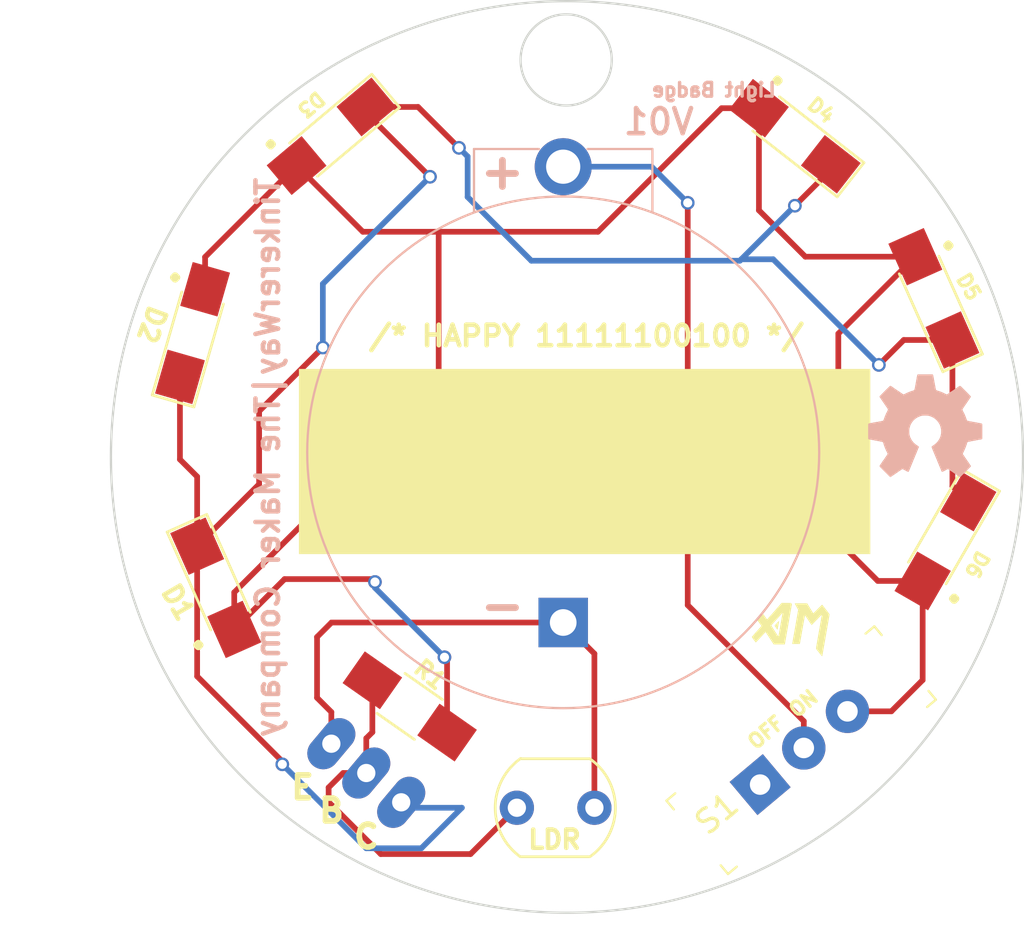
<source format=kicad_pcb>
(kicad_pcb (version 4) (host pcbnew 4.0.7)

  (general
    (links 18)
    (no_connects 0)
    (area 128.451099 84.953599 168.551101 125.053601)
    (thickness 1.6)
    (drawings 27)
    (tracks 94)
    (zones 0)
    (modules 14)
    (nets 7)
  )

  (page A4)
  (title_block
    (title "Light Badge ")
    (date 2019-12-15)
    (rev V01)
    (comment 2 creativecommons.org/licenses/by/4.0/)
    (comment 3 "License:CC BY 4.0")
    (comment 4 "Author:Amal Mathew")
  )

  (layers
    (0 F.Cu signal)
    (31 B.Cu signal)
    (32 B.Adhes user)
    (33 F.Adhes user)
    (34 B.Paste user)
    (35 F.Paste user)
    (36 B.SilkS user)
    (37 F.SilkS user)
    (38 B.Mask user)
    (39 F.Mask user)
    (40 Dwgs.User user)
    (41 Cmts.User user)
    (42 Eco1.User user)
    (43 Eco2.User user)
    (44 Edge.Cuts user)
    (45 Margin user)
    (46 B.CrtYd user)
    (47 F.CrtYd user)
    (48 B.Fab user)
    (49 F.Fab user)
  )

  (setup
    (last_trace_width 0.25)
    (trace_clearance 0.2)
    (zone_clearance 0.508)
    (zone_45_only no)
    (trace_min 0.2)
    (segment_width 0.2)
    (edge_width 0.15)
    (via_size 0.6)
    (via_drill 0.4)
    (via_min_size 0.4)
    (via_min_drill 0.3)
    (uvia_size 0.3)
    (uvia_drill 0.1)
    (uvias_allowed no)
    (uvia_min_size 0.2)
    (uvia_min_drill 0.1)
    (pcb_text_width 0.3)
    (pcb_text_size 1.5 1.5)
    (mod_edge_width 0.15)
    (mod_text_size 1 1)
    (mod_text_width 0.15)
    (pad_size 1.524 1.524)
    (pad_drill 0.762)
    (pad_to_mask_clearance 0.2)
    (aux_axis_origin 0 0)
    (visible_elements FFFFFF7F)
    (pcbplotparams
      (layerselection 0x010f0_80000001)
      (usegerberextensions false)
      (excludeedgelayer true)
      (linewidth 0.100000)
      (plotframeref false)
      (viasonmask false)
      (mode 1)
      (useauxorigin false)
      (hpglpennumber 1)
      (hpglpenspeed 20)
      (hpglpendiameter 15)
      (hpglpenoverlay 2)
      (psnegative false)
      (psa4output false)
      (plotreference true)
      (plotvalue true)
      (plotinvisibletext false)
      (padsonsilk false)
      (subtractmaskfromsilk false)
      (outputformat 1)
      (mirror false)
      (drillshape 0)
      (scaleselection 1)
      (outputdirectory gerbers/))
  )

  (net 0 "")
  (net 1 "Net-(D1-Pad1)")
  (net 2 "Net-(D1-Pad2)")
  (net 3 "Net-(Q1-Pad1)")
  (net 4 "Net-(BAT1-Pad2)")
  (net 5 "Net-(S1-Pad1)")
  (net 6 "Net-(BAT1-Pad1)")

  (net_class Default "This is the default net class."
    (clearance 0.2)
    (trace_width 0.25)
    (via_dia 0.6)
    (via_drill 0.4)
    (uvia_dia 0.3)
    (uvia_drill 0.1)
    (add_net "Net-(BAT1-Pad1)")
    (add_net "Net-(BAT1-Pad2)")
    (add_net "Net-(D1-Pad1)")
    (add_net "Net-(D1-Pad2)")
    (add_net "Net-(Q1-Pad1)")
    (add_net "Net-(S1-Pad1)")
  )

  (module batteryholder:Battery_Holder_Coin_2032_BS-7 (layer B.Cu) (tedit 5DF5C3AB) (tstamp 5DF5B783)
    (at 148.336 112.268 90)
    (descr http://www.memoryprotectiondevices.com/datasheets/BS-7-datasheet.pdf)
    (path /5DF5B002)
    (fp_text reference "" (at 7.52856 12.3063 90) (layer B.SilkS)
      (effects (font (size 1 1) (thickness 0.15)) (justify mirror))
    )
    (fp_text value "CR2032  3V Coin Cell" (at 7.4676 -13.56 90) (layer B.Fab)
      (effects (font (size 1 1) (thickness 0.15)) (justify mirror))
    )
    (fp_line (start -3.9624 -11.43) (end 21.5138 -11.43) (layer B.CrtYd) (width 0.05))
    (fp_line (start -3.9624 11.43) (end 21.5138 11.43) (layer B.CrtYd) (width 0.05))
    (fp_line (start 21.5138 11.43) (end 21.5138 -11.43) (layer B.CrtYd) (width 0.05))
    (fp_line (start -3.9624 11.43) (end -3.9624 -11.43) (layer B.CrtYd) (width 0.05))
    (fp_line (start 20.7772 -3.9116) (end 20.7772 -1.0668) (layer B.SilkS) (width 0.1))
    (fp_line (start 20.7772 3.9116) (end 20.7772 1.0668) (layer B.SilkS) (width 0.1))
    (fp_line (start 18.034 -3.9116) (end 20.7772 -3.9116) (layer B.SilkS) (width 0.1))
    (fp_line (start 18.034 3.9116) (end 20.7772 3.9116) (layer B.SilkS) (width 0.1))
    (fp_line (start 20.6756 3.81) (end 20.6756 -3.81) (layer B.Fab) (width 0.1))
    (fp_line (start 17.9832 -3.81) (end 20.6756 -3.81) (layer B.Fab) (width 0.1))
    (fp_line (start 17.9832 3.81) (end 20.6756 3.81) (layer B.Fab) (width 0.1))
    (fp_text user %R (at 7.4676 0 90) (layer B.Fab)
      (effects (font (size 1 1) (thickness 0.15)) (justify mirror))
    )
    (fp_circle (center 7.4676 0) (end -3.7592 0) (layer B.SilkS) (width 0.1))
    (fp_circle (center 7.4676 0) (end -3.7084 0) (layer B.Fab) (width 0.1))
    (pad 2 thru_hole rect (at 0 0 90) (size 2.17 2.17) (drill 1.17) (layers *.Cu *.Mask)
      (net 4 "Net-(BAT1-Pad2)"))
    (pad 1 thru_hole circle (at 20 0 90) (size 2.5 2.5) (drill 1.5) (layers *.Cu *.Mask)
      (net 6 "Net-(BAT1-Pad1)"))
  )

  (module LEDs:LED_1206_HandSoldering (layer F.Cu) (tedit 5DF5D241) (tstamp 5DF5B789)
    (at 165.1 108.712 240)
    (descr "LED SMD 1206, hand soldering")
    (tags "LED 1206")
    (path /5DF5B0E2)
    (attr smd)
    (fp_text reference "" (at 0 -1.85 240) (layer F.SilkS)
      (effects (font (size 1 1) (thickness 0.15)))
    )
    (fp_text value LED (at 0 1.9 240) (layer F.Fab)
      (effects (font (size 1 1) (thickness 0.15)))
    )
    (fp_line (start -3.1 -0.95) (end -3.1 0.95) (layer F.SilkS) (width 0.12))
    (fp_line (start -0.4 0) (end 0.2 -0.4) (layer F.Fab) (width 0.1))
    (fp_line (start 0.2 -0.4) (end 0.2 0.4) (layer F.Fab) (width 0.1))
    (fp_line (start 0.2 0.4) (end -0.4 0) (layer F.Fab) (width 0.1))
    (fp_line (start -0.45 -0.4) (end -0.45 0.4) (layer F.Fab) (width 0.1))
    (fp_line (start -1.6 0.8) (end -1.6 -0.8) (layer F.Fab) (width 0.1))
    (fp_line (start 1.6 0.8) (end -1.6 0.8) (layer F.Fab) (width 0.1))
    (fp_line (start 1.6 -0.8) (end 1.6 0.8) (layer F.Fab) (width 0.1))
    (fp_line (start -1.6 -0.8) (end 1.6 -0.8) (layer F.Fab) (width 0.1))
    (fp_line (start -3.1 0.95) (end 1.6 0.95) (layer F.SilkS) (width 0.12))
    (fp_line (start -3.1 -0.95) (end 1.6 -0.95) (layer F.SilkS) (width 0.12))
    (fp_line (start -3.25 -1.11) (end 3.25 -1.11) (layer F.CrtYd) (width 0.05))
    (fp_line (start -3.25 -1.11) (end -3.25 1.1) (layer F.CrtYd) (width 0.05))
    (fp_line (start 3.25 1.1) (end 3.25 -1.11) (layer F.CrtYd) (width 0.05))
    (fp_line (start 3.25 1.1) (end -3.25 1.1) (layer F.CrtYd) (width 0.05))
    (pad 1 smd rect (at -2 0 240) (size 2 1.7) (layers F.Cu F.Paste F.Mask)
      (net 1 "Net-(D1-Pad1)"))
    (pad 2 smd rect (at 2 0 240) (size 2 1.7) (layers F.Cu F.Paste F.Mask)
      (net 2 "Net-(D1-Pad2)"))
    (model ${KISYS3DMOD}/LEDs.3dshapes/LED_1206.wrl
      (at (xyz 0 0 0))
      (scale (xyz 1 1 1))
      (rotate (xyz 0 0 180))
    )
  )

  (module LEDs:LED_1206_HandSoldering (layer F.Cu) (tedit 5DF5D22C) (tstamp 5DF5B78F)
    (at 158.496 90.932 142)
    (descr "LED SMD 1206, hand soldering")
    (tags "LED 1206")
    (path /5DF5B121)
    (attr smd)
    (fp_text reference "" (at 0 -1.85 142) (layer F.SilkS)
      (effects (font (size 1 1) (thickness 0.15)))
    )
    (fp_text value LED (at 0 1.9 142) (layer F.Fab)
      (effects (font (size 1 1) (thickness 0.15)))
    )
    (fp_line (start -3.1 -0.95) (end -3.1 0.95) (layer F.SilkS) (width 0.12))
    (fp_line (start -0.4 0) (end 0.2 -0.4) (layer F.Fab) (width 0.1))
    (fp_line (start 0.2 -0.4) (end 0.2 0.4) (layer F.Fab) (width 0.1))
    (fp_line (start 0.2 0.4) (end -0.4 0) (layer F.Fab) (width 0.1))
    (fp_line (start -0.45 -0.4) (end -0.45 0.4) (layer F.Fab) (width 0.1))
    (fp_line (start -1.6 0.8) (end -1.6 -0.8) (layer F.Fab) (width 0.1))
    (fp_line (start 1.6 0.8) (end -1.6 0.8) (layer F.Fab) (width 0.1))
    (fp_line (start 1.6 -0.8) (end 1.6 0.8) (layer F.Fab) (width 0.1))
    (fp_line (start -1.6 -0.8) (end 1.6 -0.8) (layer F.Fab) (width 0.1))
    (fp_line (start -3.1 0.95) (end 1.6 0.95) (layer F.SilkS) (width 0.12))
    (fp_line (start -3.1 -0.95) (end 1.6 -0.95) (layer F.SilkS) (width 0.12))
    (fp_line (start -3.25 -1.11) (end 3.25 -1.11) (layer F.CrtYd) (width 0.05))
    (fp_line (start -3.25 -1.11) (end -3.25 1.1) (layer F.CrtYd) (width 0.05))
    (fp_line (start 3.25 1.1) (end 3.25 -1.11) (layer F.CrtYd) (width 0.05))
    (fp_line (start 3.25 1.1) (end -3.25 1.1) (layer F.CrtYd) (width 0.05))
    (pad 1 smd rect (at -2 0 142) (size 2 1.7) (layers F.Cu F.Paste F.Mask)
      (net 1 "Net-(D1-Pad1)"))
    (pad 2 smd rect (at 2 0 142) (size 2 1.7) (layers F.Cu F.Paste F.Mask)
      (net 2 "Net-(D1-Pad2)"))
    (model ${KISYS3DMOD}/LEDs.3dshapes/LED_1206.wrl
      (at (xyz 0 0 0))
      (scale (xyz 1 1 1))
      (rotate (xyz 0 0 180))
    )
  )

  (module LEDs:LED_1206_HandSoldering (layer F.Cu) (tedit 5DF5D217) (tstamp 5DF5B795)
    (at 133.096 110.744 294)
    (descr "LED SMD 1206, hand soldering")
    (tags "LED 1206")
    (path /5DF5B162)
    (attr smd)
    (fp_text reference "" (at -0.027056 1.934217 294) (layer F.SilkS)
      (effects (font (size 1 1) (thickness 0.15)))
    )
    (fp_text value LED (at 0 1.9 294) (layer F.Fab)
      (effects (font (size 1 1) (thickness 0.15)))
    )
    (fp_line (start -3.1 -0.95) (end -3.1 0.95) (layer F.SilkS) (width 0.12))
    (fp_line (start -0.4 0) (end 0.2 -0.4) (layer F.Fab) (width 0.1))
    (fp_line (start 0.2 -0.4) (end 0.2 0.4) (layer F.Fab) (width 0.1))
    (fp_line (start 0.2 0.4) (end -0.4 0) (layer F.Fab) (width 0.1))
    (fp_line (start -0.45 -0.4) (end -0.45 0.4) (layer F.Fab) (width 0.1))
    (fp_line (start -1.6 0.8) (end -1.6 -0.8) (layer F.Fab) (width 0.1))
    (fp_line (start 1.6 0.8) (end -1.6 0.8) (layer F.Fab) (width 0.1))
    (fp_line (start 1.6 -0.8) (end 1.6 0.8) (layer F.Fab) (width 0.1))
    (fp_line (start -1.6 -0.8) (end 1.6 -0.8) (layer F.Fab) (width 0.1))
    (fp_line (start -3.1 0.95) (end 1.6 0.95) (layer F.SilkS) (width 0.12))
    (fp_line (start -3.1 -0.95) (end 1.6 -0.95) (layer F.SilkS) (width 0.12))
    (fp_line (start -3.25 -1.11) (end 3.25 -1.11) (layer F.CrtYd) (width 0.05))
    (fp_line (start -3.25 -1.11) (end -3.25 1.1) (layer F.CrtYd) (width 0.05))
    (fp_line (start 3.25 1.1) (end 3.25 -1.11) (layer F.CrtYd) (width 0.05))
    (fp_line (start 3.25 1.1) (end -3.25 1.1) (layer F.CrtYd) (width 0.05))
    (pad 1 smd rect (at -2 0 294) (size 2 1.7) (layers F.Cu F.Paste F.Mask)
      (net 1 "Net-(D1-Pad1)"))
    (pad 2 smd rect (at 2 0 294) (size 2 1.7) (layers F.Cu F.Paste F.Mask)
      (net 2 "Net-(D1-Pad2)"))
    (model ${KISYS3DMOD}/LEDs.3dshapes/LED_1206.wrl
      (at (xyz 0 0 0))
      (scale (xyz 1 1 1))
      (rotate (xyz 0 0 180))
    )
  )

  (module LEDs:LED_1206_HandSoldering (layer F.Cu) (tedit 5DF5D239) (tstamp 5DF5B79B)
    (at 164.592 98.044 114)
    (descr "LED SMD 1206, hand soldering")
    (tags "LED 1206")
    (path /5DF5B196)
    (attr smd)
    (fp_text reference "" (at 0 -1.85 114) (layer F.SilkS)
      (effects (font (size 1 1) (thickness 0.15)))
    )
    (fp_text value LED (at 0 1.9 114) (layer F.Fab)
      (effects (font (size 1 1) (thickness 0.15)))
    )
    (fp_line (start -3.1 -0.95) (end -3.1 0.95) (layer F.SilkS) (width 0.12))
    (fp_line (start -0.4 0) (end 0.2 -0.4) (layer F.Fab) (width 0.1))
    (fp_line (start 0.2 -0.4) (end 0.2 0.4) (layer F.Fab) (width 0.1))
    (fp_line (start 0.2 0.4) (end -0.4 0) (layer F.Fab) (width 0.1))
    (fp_line (start -0.45 -0.4) (end -0.45 0.4) (layer F.Fab) (width 0.1))
    (fp_line (start -1.6 0.8) (end -1.6 -0.8) (layer F.Fab) (width 0.1))
    (fp_line (start 1.6 0.8) (end -1.6 0.8) (layer F.Fab) (width 0.1))
    (fp_line (start 1.6 -0.8) (end 1.6 0.8) (layer F.Fab) (width 0.1))
    (fp_line (start -1.6 -0.8) (end 1.6 -0.8) (layer F.Fab) (width 0.1))
    (fp_line (start -3.1 0.95) (end 1.6 0.95) (layer F.SilkS) (width 0.12))
    (fp_line (start -3.1 -0.95) (end 1.6 -0.95) (layer F.SilkS) (width 0.12))
    (fp_line (start -3.25 -1.11) (end 3.25 -1.11) (layer F.CrtYd) (width 0.05))
    (fp_line (start -3.25 -1.11) (end -3.25 1.1) (layer F.CrtYd) (width 0.05))
    (fp_line (start 3.25 1.1) (end 3.25 -1.11) (layer F.CrtYd) (width 0.05))
    (fp_line (start 3.25 1.1) (end -3.25 1.1) (layer F.CrtYd) (width 0.05))
    (pad 1 smd rect (at -2 0 114) (size 2 1.7) (layers F.Cu F.Paste F.Mask)
      (net 1 "Net-(D1-Pad1)"))
    (pad 2 smd rect (at 2 0 114) (size 2 1.7) (layers F.Cu F.Paste F.Mask)
      (net 2 "Net-(D1-Pad2)"))
    (model ${KISYS3DMOD}/LEDs.3dshapes/LED_1206.wrl
      (at (xyz 0 0 0))
      (scale (xyz 1 1 1))
      (rotate (xyz 0 0 180))
    )
  )

  (module LEDs:LED_1206_HandSoldering (layer F.Cu) (tedit 5DF5D222) (tstamp 5DF5B7A1)
    (at 138.176 90.932 220)
    (descr "LED SMD 1206, hand soldering")
    (tags "LED 1206")
    (path /5DF5B1C5)
    (attr smd)
    (fp_text reference "" (at 0 -1.85 220) (layer F.SilkS)
      (effects (font (size 1 1) (thickness 0.15)))
    )
    (fp_text value LED (at 0 1.9 220) (layer F.Fab)
      (effects (font (size 1 1) (thickness 0.15)))
    )
    (fp_line (start -3.1 -0.95) (end -3.1 0.95) (layer F.SilkS) (width 0.12))
    (fp_line (start -0.4 0) (end 0.2 -0.4) (layer F.Fab) (width 0.1))
    (fp_line (start 0.2 -0.4) (end 0.2 0.4) (layer F.Fab) (width 0.1))
    (fp_line (start 0.2 0.4) (end -0.4 0) (layer F.Fab) (width 0.1))
    (fp_line (start -0.45 -0.4) (end -0.45 0.4) (layer F.Fab) (width 0.1))
    (fp_line (start -1.6 0.8) (end -1.6 -0.8) (layer F.Fab) (width 0.1))
    (fp_line (start 1.6 0.8) (end -1.6 0.8) (layer F.Fab) (width 0.1))
    (fp_line (start 1.6 -0.8) (end 1.6 0.8) (layer F.Fab) (width 0.1))
    (fp_line (start -1.6 -0.8) (end 1.6 -0.8) (layer F.Fab) (width 0.1))
    (fp_line (start -3.1 0.95) (end 1.6 0.95) (layer F.SilkS) (width 0.12))
    (fp_line (start -3.1 -0.95) (end 1.6 -0.95) (layer F.SilkS) (width 0.12))
    (fp_line (start -3.25 -1.11) (end 3.25 -1.11) (layer F.CrtYd) (width 0.05))
    (fp_line (start -3.25 -1.11) (end -3.25 1.1) (layer F.CrtYd) (width 0.05))
    (fp_line (start 3.25 1.1) (end 3.25 -1.11) (layer F.CrtYd) (width 0.05))
    (fp_line (start 3.25 1.1) (end -3.25 1.1) (layer F.CrtYd) (width 0.05))
    (pad 1 smd rect (at -2 0 220) (size 2 1.7) (layers F.Cu F.Paste F.Mask)
      (net 1 "Net-(D1-Pad1)"))
    (pad 2 smd rect (at 2 0 220) (size 2 1.7) (layers F.Cu F.Paste F.Mask)
      (net 2 "Net-(D1-Pad2)"))
    (model ${KISYS3DMOD}/LEDs.3dshapes/LED_1206.wrl
      (at (xyz 0 0 0))
      (scale (xyz 1 1 1))
      (rotate (xyz 0 0 180))
    )
  )

  (module LEDs:LED_1206_HandSoldering (layer F.Cu) (tedit 5DF5D20B) (tstamp 5DF5B7A7)
    (at 132.08 99.568 74)
    (descr "LED SMD 1206, hand soldering")
    (tags "LED 1206")
    (path /5DF5B23B)
    (attr smd)
    (fp_text reference "" (at -2.850782 -7.638105 74) (layer F.SilkS)
      (effects (font (size 1 1) (thickness 0.15)))
    )
    (fp_text value LED (at 0 1.9 74) (layer F.Fab)
      (effects (font (size 1 1) (thickness 0.15)))
    )
    (fp_line (start -3.1 -0.95) (end -3.1 0.95) (layer F.SilkS) (width 0.12))
    (fp_line (start -0.4 0) (end 0.2 -0.4) (layer F.Fab) (width 0.1))
    (fp_line (start 0.2 -0.4) (end 0.2 0.4) (layer F.Fab) (width 0.1))
    (fp_line (start 0.2 0.4) (end -0.4 0) (layer F.Fab) (width 0.1))
    (fp_line (start -0.45 -0.4) (end -0.45 0.4) (layer F.Fab) (width 0.1))
    (fp_line (start -1.6 0.8) (end -1.6 -0.8) (layer F.Fab) (width 0.1))
    (fp_line (start 1.6 0.8) (end -1.6 0.8) (layer F.Fab) (width 0.1))
    (fp_line (start 1.6 -0.8) (end 1.6 0.8) (layer F.Fab) (width 0.1))
    (fp_line (start -1.6 -0.8) (end 1.6 -0.8) (layer F.Fab) (width 0.1))
    (fp_line (start -3.1 0.95) (end 1.6 0.95) (layer F.SilkS) (width 0.12))
    (fp_line (start -3.1 -0.95) (end 1.6 -0.95) (layer F.SilkS) (width 0.12))
    (fp_line (start -3.25 -1.11) (end 3.25 -1.11) (layer F.CrtYd) (width 0.05))
    (fp_line (start -3.25 -1.11) (end -3.25 1.1) (layer F.CrtYd) (width 0.05))
    (fp_line (start 3.25 1.1) (end 3.25 -1.11) (layer F.CrtYd) (width 0.05))
    (fp_line (start 3.25 1.1) (end -3.25 1.1) (layer F.CrtYd) (width 0.05))
    (pad 1 smd rect (at -2 0 74) (size 2 1.7) (layers F.Cu F.Paste F.Mask)
      (net 1 "Net-(D1-Pad1)"))
    (pad 2 smd rect (at 2 0 74) (size 2 1.7) (layers F.Cu F.Paste F.Mask)
      (net 2 "Net-(D1-Pad2)"))
    (model ${KISYS3DMOD}/LEDs.3dshapes/LED_1206.wrl
      (at (xyz 0 0 0))
      (scale (xyz 1 1 1))
      (rotate (xyz 0 0 180))
    )
  )

  (module Resistors_SMD:R_1206_HandSoldering (layer F.Cu) (tedit 5DF5D59A) (tstamp 5DF5B7B4)
    (at 141.605 115.951 145)
    (descr "Resistor SMD 1206, hand soldering")
    (tags "resistor 1206")
    (path /5DF5AFA6)
    (attr smd)
    (fp_text reference "" (at -2.506812 4.390941 145) (layer F.SilkS)
      (effects (font (size 1 1) (thickness 0.15)))
    )
    (fp_text value 100K (at 0 1.9 145) (layer F.Fab)
      (effects (font (size 1 1) (thickness 0.15)))
    )
    (fp_text user %R (at 0 0 415) (layer F.Fab)
      (effects (font (size 0.7 0.7) (thickness 0.105)))
    )
    (fp_line (start -1.6 0.8) (end -1.6 -0.8) (layer F.Fab) (width 0.1))
    (fp_line (start 1.6 0.8) (end -1.6 0.8) (layer F.Fab) (width 0.1))
    (fp_line (start 1.6 -0.8) (end 1.6 0.8) (layer F.Fab) (width 0.1))
    (fp_line (start -1.6 -0.8) (end 1.6 -0.8) (layer F.Fab) (width 0.1))
    (fp_line (start 1 1.07) (end -1 1.07) (layer F.SilkS) (width 0.12))
    (fp_line (start -1 -1.07) (end 1 -1.07) (layer F.SilkS) (width 0.12))
    (fp_line (start -3.25 -1.11) (end 3.25 -1.11) (layer F.CrtYd) (width 0.05))
    (fp_line (start -3.25 -1.11) (end -3.25 1.1) (layer F.CrtYd) (width 0.05))
    (fp_line (start 3.25 1.1) (end 3.25 -1.11) (layer F.CrtYd) (width 0.05))
    (fp_line (start 3.25 1.1) (end -3.25 1.1) (layer F.CrtYd) (width 0.05))
    (pad 1 smd rect (at -2 0 145) (size 2 1.7) (layers F.Cu F.Paste F.Mask)
      (net 2 "Net-(D1-Pad2)"))
    (pad 2 smd rect (at 2 0 145) (size 2 1.7) (layers F.Cu F.Paste F.Mask)
      (net 3 "Net-(Q1-Pad1)"))
    (model ${KISYS3DMOD}/Resistors_SMD.3dshapes/R_1206.wrl
      (at (xyz 0 0 0))
      (scale (xyz 1 1 1))
      (rotate (xyz 0 0 0))
    )
  )

  (module Opto-Devices:Resistor_LDR_5.1x4.3_RM3.4 (layer F.Cu) (tedit 5DF5D01C) (tstamp 5DF5B7BA)
    (at 146.304 120.396)
    (descr "Resistor, LDR 5.1x3.4mm")
    (tags "Resistor LDR5.1x3.4mm")
    (path /5DF5AFDB)
    (fp_text reference "" (at 1.7 -2.9) (layer F.SilkS)
      (effects (font (size 1 1) (thickness 0.15)))
    )
    (fp_text value LDR (at 1.5 3) (layer F.Fab)
      (effects (font (size 1 1) (thickness 0.15)))
    )
    (fp_line (start 0.15 2.15) (end 3.2 2.15) (layer F.SilkS) (width 0.12))
    (fp_line (start 0.15 -2.15) (end 3.2 -2.15) (layer F.SilkS) (width 0.12))
    (fp_line (start 1 0) (end 2.3 0) (layer F.Fab) (width 0.1))
    (fp_line (start 2.3 0) (end 2.3 -0.6) (layer F.Fab) (width 0.1))
    (fp_line (start 2.3 -0.6) (end 0.8 -0.6) (layer F.Fab) (width 0.1))
    (fp_line (start 2.6 0.6) (end 1 0.6) (layer F.Fab) (width 0.1))
    (fp_line (start 0.8 -1.8) (end 2.6 -1.8) (layer F.Fab) (width 0.1))
    (fp_line (start 2.6 -1.8) (end 2.6 -1.2) (layer F.Fab) (width 0.1))
    (fp_line (start 2.6 -1.2) (end 0.8 -1.2) (layer F.Fab) (width 0.1))
    (fp_line (start 0.8 -1.2) (end 0.8 -0.6) (layer F.Fab) (width 0.1))
    (fp_line (start 1 0) (end 1 0.6) (layer F.Fab) (width 0.1))
    (fp_line (start 2.6 0.6) (end 2.6 1.2) (layer F.Fab) (width 0.1))
    (fp_line (start 2.6 1.2) (end 0.8 1.2) (layer F.Fab) (width 0.1))
    (fp_line (start 0.8 1.2) (end 0.8 1.8) (layer F.Fab) (width 0.1))
    (fp_line (start 0.8 1.8) (end 2.6 1.8) (layer F.Fab) (width 0.1))
    (fp_line (start 3.2 2.1) (end 0.2 2.1) (layer F.Fab) (width 0.1))
    (fp_line (start 0.2 -2.1) (end 3.2 -2.1) (layer F.Fab) (width 0.1))
    (fp_line (start -1.13 -2.35) (end 4.53 -2.35) (layer F.CrtYd) (width 0.05))
    (fp_line (start -1.13 -2.35) (end -1.13 2.35) (layer F.CrtYd) (width 0.05))
    (fp_line (start 4.53 2.35) (end 4.53 -2.35) (layer F.CrtYd) (width 0.05))
    (fp_line (start 4.53 2.35) (end -1.13 2.35) (layer F.CrtYd) (width 0.05))
    (fp_arc (start 1.7 0) (end 0.15 2.15) (angle 109) (layer F.SilkS) (width 0.12))
    (fp_arc (start 1.7 0) (end 3.2 -2.15) (angle 109) (layer F.SilkS) (width 0.12))
    (fp_arc (start 1.7 0) (end 3.2 -2.1) (angle 109) (layer F.Fab) (width 0.1))
    (fp_arc (start 1.7 0) (end 0.2 2.1) (angle 109) (layer F.Fab) (width 0.1))
    (pad 1 thru_hole circle (at 0 0) (size 1.5 1.5) (drill 0.8) (layers *.Cu *.Mask)
      (net 3 "Net-(Q1-Pad1)"))
    (pad 2 thru_hole circle (at 3.4 0) (size 1.5 1.5) (drill 0.8) (layers *.Cu *.Mask)
      (net 4 "Net-(BAT1-Pad2)"))
  )

  (module digikey-footprints:Switch_Slide_11.6x4mm_EG1218 (layer F.Cu) (tedit 5DF5D56C) (tstamp 5DF5B7C1)
    (at 156.972 119.38 40)
    (descr http://spec_sheets.e-switch.com/specs/P040040.pdf)
    (path /5DF5B06A)
    (fp_text reference S1 (at -2.275655 -0.251634 40) (layer F.SilkS)
      (effects (font (size 1 1) (thickness 0.15)))
    )
    (fp_text value "EG1218 ,Slide switch" (at 2.11 3.14 40) (layer F.Fab)
      (effects (font (size 1 1) (thickness 0.15)))
    )
    (fp_text user %R (at 2.5 0 40) (layer F.Fab)
      (effects (font (size 1 1) (thickness 0.15)))
    )
    (fp_line (start -3.67 2.25) (end -3.67 -2.25) (layer F.CrtYd) (width 0.05))
    (fp_line (start -3.67 2.25) (end 8.43 2.25) (layer F.CrtYd) (width 0.05))
    (fp_line (start 8.43 2.25) (end 8.43 -2.25) (layer F.CrtYd) (width 0.05))
    (fp_line (start -3.67 -2.25) (end 8.43 -2.25) (layer F.CrtYd) (width 0.05))
    (fp_line (start 8.3 2.1) (end 7.8 2.1) (layer F.SilkS) (width 0.1))
    (fp_line (start 8.3 2.1) (end 8.3 1.6) (layer F.SilkS) (width 0.1))
    (fp_line (start -3.6 2.1) (end -3.1 2.1) (layer F.SilkS) (width 0.1))
    (fp_line (start -3.6 2.1) (end -3.6 1.6) (layer F.SilkS) (width 0.1))
    (fp_line (start -3.6 -2.1) (end -3.1 -2.1) (layer F.SilkS) (width 0.1))
    (fp_line (start -3.6 -2.1) (end -3.6 -1.6) (layer F.SilkS) (width 0.1))
    (fp_line (start 8.3 -2.1) (end 8.3 -1.6) (layer F.SilkS) (width 0.1))
    (fp_line (start 8.3 -2.1) (end 7.8 -2.1) (layer F.SilkS) (width 0.1))
    (fp_line (start -3.42 2) (end 8.18 2) (layer F.Fab) (width 0.1))
    (fp_line (start 8.18 2) (end 8.18 -2) (layer F.Fab) (width 0.1))
    (fp_line (start -3.42 2) (end -3.42 -2) (layer F.Fab) (width 0.1))
    (fp_line (start -3.42 -2) (end 8.18 -2) (layer F.Fab) (width 0.1))
    (pad 1 thru_hole rect (at 0 0 40) (size 1.9 1.9) (drill 0.9) (layers *.Cu *.Mask)
      (net 5 "Net-(S1-Pad1)"))
    (pad 2 thru_hole circle (at 2.5 0 40) (size 1.9 1.9) (drill 0.9) (layers *.Cu *.Mask)
      (net 6 "Net-(BAT1-Pad1)"))
    (pad 3 thru_hole circle (at 5 0 40) (size 1.9 1.9) (drill 0.9) (layers *.Cu *.Mask)
      (net 2 "Net-(D1-Pad2)"))
  )

  (module LightBadgeLogos:am (layer F.Cu) (tedit 0) (tstamp 5DF5CE30)
    (at 158.369 112.522)
    (fp_text reference G*** (at 0 0) (layer F.SilkS) hide
      (effects (font (thickness 0.3)))
    )
    (fp_text value LOGO (at 0.75 0) (layer F.SilkS) hide
      (effects (font (thickness 0.3)))
    )
    (fp_poly (pts (xy 0.797327 -0.87122) (xy 0.823279 -0.828255) (xy 0.847698 -0.788046) (xy 0.870076 -0.751413)
      (xy 0.889908 -0.719175) (xy 0.906685 -0.692151) (xy 0.919901 -0.671162) (xy 0.92905 -0.657026)
      (xy 0.933624 -0.650564) (xy 0.934011 -0.65024) (xy 0.938174 -0.653734) (xy 0.948823 -0.663771)
      (xy 0.965284 -0.679688) (xy 0.986882 -0.700822) (xy 1.012944 -0.726509) (xy 1.042794 -0.756086)
      (xy 1.075758 -0.788889) (xy 1.111162 -0.824254) (xy 1.127624 -0.840741) (xy 1.16388 -0.877026)
      (xy 1.197974 -0.911042) (xy 1.229235 -0.942126) (xy 1.256991 -0.969616) (xy 1.280572 -0.99285)
      (xy 1.299306 -1.011164) (xy 1.312522 -1.023896) (xy 1.319547 -1.030384) (xy 1.32051 -1.031089)
      (xy 1.32423 -1.02717) (xy 1.333419 -1.016102) (xy 1.347366 -0.998801) (xy 1.36536 -0.976182)
      (xy 1.386689 -0.949162) (xy 1.410643 -0.918656) (xy 1.436512 -0.88558) (xy 1.463582 -0.850849)
      (xy 1.491145 -0.81538) (xy 1.518488 -0.780087) (xy 1.5449 -0.745886) (xy 1.569671 -0.713693)
      (xy 1.59209 -0.684425) (xy 1.611444 -0.658995) (xy 1.627025 -0.638321) (xy 1.638119 -0.623317)
      (xy 1.644017 -0.6149) (xy 1.644788 -0.613493) (xy 1.644066 -0.607884) (xy 1.641659 -0.592772)
      (xy 1.637654 -0.56866) (xy 1.63214 -0.53605) (xy 1.625203 -0.495442) (xy 1.61693 -0.447341)
      (xy 1.607408 -0.392246) (xy 1.596725 -0.330661) (xy 1.584967 -0.263087) (xy 1.572222 -0.190027)
      (xy 1.558578 -0.111981) (xy 1.54412 -0.029453) (xy 1.528937 0.057056) (xy 1.513116 0.147044)
      (xy 1.496743 0.240009) (xy 1.486038 0.300708) (xy 1.469353 0.395296) (xy 1.453149 0.487216)
      (xy 1.437513 0.575967) (xy 1.422534 0.661048) (xy 1.408299 0.741959) (xy 1.394897 0.818196)
      (xy 1.382415 0.889261) (xy 1.370941 0.95465) (xy 1.360563 1.013864) (xy 1.351369 1.0664)
      (xy 1.343448 1.111758) (xy 1.336886 1.149437) (xy 1.331771 1.178936) (xy 1.328193 1.199752)
      (xy 1.326238 1.211386) (xy 1.32588 1.21378) (xy 1.324828 1.217968) (xy 1.321365 1.218215)
      (xy 1.31503 1.214016) (xy 1.305361 1.204869) (xy 1.291898 1.190267) (xy 1.27418 1.169709)
      (xy 1.251745 1.142689) (xy 1.224132 1.108703) (xy 1.19088 1.067248) (xy 1.18436 1.059078)
      (xy 1.150902 1.016983) (xy 1.123425 0.98205) (xy 1.101438 0.953608) (xy 1.084451 0.930987)
      (xy 1.071974 0.913514) (xy 1.063516 0.900521) (xy 1.058587 0.891335) (xy 1.056696 0.885285)
      (xy 1.05664 0.884333) (xy 1.057509 0.877709) (xy 1.06005 0.861648) (xy 1.064167 0.836716)
      (xy 1.06976 0.80348) (xy 1.076733 0.762508) (xy 1.084986 0.714366) (xy 1.094422 0.659622)
      (xy 1.104943 0.598842) (xy 1.116451 0.532594) (xy 1.128849 0.461444) (xy 1.142037 0.38596)
      (xy 1.155919 0.306708) (xy 1.170395 0.224256) (xy 1.185369 0.139169) (xy 1.186261 0.134109)
      (xy 1.201228 0.049079) (xy 1.215686 -0.03323) (xy 1.229538 -0.112261) (xy 1.242687 -0.187459)
      (xy 1.255038 -0.258265) (xy 1.266493 -0.324124) (xy 1.276958 -0.384477) (xy 1.286334 -0.438769)
      (xy 1.294526 -0.486442) (xy 1.301438 -0.526939) (xy 1.306973 -0.559704) (xy 1.311034 -0.58418)
      (xy 1.313526 -0.599809) (xy 1.314352 -0.606035) (xy 1.314343 -0.60611) (xy 1.310643 -0.603376)
      (xy 1.300493 -0.593926) (xy 1.28449 -0.578361) (xy 1.263232 -0.557281) (xy 1.237319 -0.531287)
      (xy 1.207347 -0.500981) (xy 1.173916 -0.466962) (xy 1.137624 -0.429831) (xy 1.099068 -0.39019)
      (xy 1.089472 -0.380294) (xy 1.050317 -0.339959) (xy 1.01319 -0.301836) (xy 0.9787 -0.266545)
      (xy 0.947461 -0.234706) (xy 0.920084 -0.20694) (xy 0.89718 -0.183866) (xy 0.879363 -0.166104)
      (xy 0.867242 -0.154276) (xy 0.861431 -0.149) (xy 0.86106 -0.14878) (xy 0.857367 -0.152692)
      (xy 0.848692 -0.164326) (xy 0.83558 -0.182883) (xy 0.818578 -0.207561) (xy 0.798232 -0.237558)
      (xy 0.775087 -0.272075) (xy 0.749691 -0.31031) (xy 0.722589 -0.351463) (xy 0.71628 -0.361092)
      (xy 0.688806 -0.402991) (xy 0.662914 -0.442346) (xy 0.639154 -0.478331) (xy 0.618078 -0.510118)
      (xy 0.600234 -0.536878) (xy 0.586175 -0.557784) (xy 0.576451 -0.572009) (xy 0.571612 -0.578725)
      (xy 0.571269 -0.579102) (xy 0.56962 -0.57551) (xy 0.566504 -0.563059) (xy 0.561901 -0.541641)
      (xy 0.555791 -0.511148) (xy 0.548153 -0.471473) (xy 0.538969 -0.422508) (xy 0.528218 -0.364146)
      (xy 0.515879 -0.296279) (xy 0.501933 -0.2188) (xy 0.486361 -0.131601) (xy 0.46914 -0.034574)
      (xy 0.454464 0.0485) (xy 0.342969 0.68072) (xy 0.014109 0.68072) (xy 0.017077 0.66421)
      (xy 0.022845 0.631999) (xy 0.029876 0.592502) (xy 0.038054 0.546387) (xy 0.047262 0.494324)
      (xy 0.057384 0.436981) (xy 0.068301 0.375026) (xy 0.079897 0.30913) (xy 0.092055 0.239959)
      (xy 0.104658 0.168184) (xy 0.117589 0.094473) (xy 0.130732 0.019495) (xy 0.143969 -0.056081)
      (xy 0.157183 -0.131588) (xy 0.170257 -0.206355) (xy 0.183075 -0.279714) (xy 0.195519 -0.350997)
      (xy 0.207473 -0.419534) (xy 0.218819 -0.484657) (xy 0.229441 -0.545697) (xy 0.239222 -0.601985)
      (xy 0.248044 -0.652853) (xy 0.255791 -0.697631) (xy 0.262345 -0.735651) (xy 0.26759 -0.766244)
      (xy 0.27141 -0.788741) (xy 0.273686 -0.802474) (xy 0.27432 -0.806762) (xy 0.271911 -0.813651)
      (xy 0.265106 -0.828155) (xy 0.254533 -0.849062) (xy 0.240822 -0.875158) (xy 0.224602 -0.90523)
      (xy 0.206502 -0.938064) (xy 0.20249 -0.945253) (xy 0.183985 -0.978501) (xy 0.16708 -1.009192)
      (xy 0.152426 -1.036118) (xy 0.140673 -1.058071) (xy 0.132474 -1.073844) (xy 0.12848 -1.082228)
      (xy 0.128237 -1.082935) (xy 0.128069 -1.084971) (xy 0.129246 -1.086685) (xy 0.132566 -1.088105)
      (xy 0.138824 -1.089258) (xy 0.148816 -1.090172) (xy 0.163337 -1.090875) (xy 0.183183 -1.091394)
      (xy 0.20915 -1.091757) (xy 0.242033 -1.091992) (xy 0.282628 -1.092125) (xy 0.331731 -1.092186)
      (xy 0.390137 -1.0922) (xy 0.395007 -1.0922) (xy 0.664199 -1.092201) (xy 0.797327 -0.87122)) (layer F.SilkS) (width 0.01))
    (fp_poly (pts (xy -0.038921 -1.1049) (xy -0.008439 -1.048834) (xy -0.162796 -0.173897) (xy -0.317152 0.70104)
      (xy -0.802 0.70104) (xy -0.829259 0.65913) (xy -0.837298 0.646753) (xy -0.850225 0.626827)
      (xy -0.867406 0.60033) (xy -0.888209 0.568239) (xy -0.912 0.531532) (xy -0.938143 0.491188)
      (xy -0.966005 0.448184) (xy -0.994953 0.403499) (xy -1.005414 0.38735) (xy -1.033601 0.343935)
      (xy -1.060177 0.303197) (xy -1.084624 0.265916) (xy -1.106426 0.232871) (xy -1.125065 0.204841)
      (xy -1.140025 0.182606) (xy -1.150788 0.166944) (xy -1.156836 0.158635) (xy -1.15795 0.15748)
      (xy -1.161925 0.161136) (xy -1.172122 0.171676) (xy -1.187944 0.188452) (xy -1.20879 0.210816)
      (xy -1.234064 0.238123) (xy -1.263166 0.269725) (xy -1.295497 0.304975) (xy -1.330459 0.343226)
      (xy -1.367454 0.383832) (xy -1.369466 0.386045) (xy -1.407413 0.427619) (xy -1.443264 0.466604)
      (xy -1.476427 0.502376) (xy -1.506312 0.534313) (xy -1.53233 0.56179) (xy -1.553891 0.584185)
      (xy -1.570404 0.600873) (xy -1.58128 0.611233) (xy -1.585872 0.614645) (xy -1.590575 0.610687)
      (xy -1.600114 0.599658) (xy -1.61355 0.582845) (xy -1.629945 0.561536) (xy -1.648361 0.537018)
      (xy -1.667858 0.51058) (xy -1.687499 0.483509) (xy -1.706346 0.457094) (xy -1.723459 0.432621)
      (xy -1.7379 0.411379) (xy -1.748732 0.394655) (xy -1.755015 0.383738) (xy -1.756125 0.381)
      (xy -1.753156 0.375796) (xy -1.743764 0.363595) (xy -1.728383 0.344898) (xy -1.707444 0.320207)
      (xy -1.681379 0.290025) (xy -1.650622 0.254851) (xy -1.615605 0.215188) (xy -1.576759 0.171538)
      (xy -1.544461 0.135469) (xy -1.500552 0.086402) (xy -1.461056 0.041947) (xy -1.426301 0.002485)
      (xy -1.396612 -0.031604) (xy -1.372319 -0.05994) (xy -1.353747 -0.082143) (xy -1.341225 -0.097832)
      (xy -1.335079 -0.106628) (xy -1.334523 -0.108371) (xy -1.338387 -0.113812) (xy -1.34755 -0.126325)
      (xy -1.34905 -0.128357) (xy -0.911038 -0.128357) (xy -0.909095 -0.123132) (xy -0.902204 -0.110421)
      (xy -0.89095 -0.091137) (xy -0.875917 -0.066193) (xy -0.85769 -0.036502) (xy -0.836851 -0.002977)
      (xy -0.813987 0.033468) (xy -0.789679 0.07192) (xy -0.764514 0.111466) (xy -0.739074 0.151193)
      (xy -0.713944 0.190188) (xy -0.689708 0.227537) (xy -0.66695 0.262328) (xy -0.646255 0.293647)
      (xy -0.628206 0.320582) (xy -0.613387 0.342218) (xy -0.602383 0.357643) (xy -0.595778 0.365943)
      (xy -0.594121 0.367087) (xy -0.592794 0.361655) (xy -0.589839 0.346877) (xy -0.585376 0.323414)
      (xy -0.579524 0.291927) (xy -0.572404 0.25308) (xy -0.564134 0.207533) (xy -0.554835 0.155948)
      (xy -0.544626 0.098988) (xy -0.533628 0.037313) (xy -0.52196 -0.028413) (xy -0.509741 -0.097531)
      (xy -0.498773 -0.159811) (xy -0.486234 -0.231284) (xy -0.474243 -0.299918) (xy -0.462913 -0.365054)
      (xy -0.452355 -0.426032) (xy -0.442683 -0.482194) (xy -0.434009 -0.532881) (xy -0.426444 -0.577433)
      (xy -0.420103 -0.615193) (xy -0.415096 -0.645502) (xy -0.411536 -0.6677) (xy -0.409536 -0.681129)
      (xy -0.409154 -0.685167) (xy -0.413096 -0.685377) (xy -0.41667 -0.681344) (xy -0.426493 -0.670351)
      (xy -0.442028 -0.652999) (xy -0.462736 -0.629887) (xy -0.48808 -0.601616) (xy -0.51752 -0.568786)
      (xy -0.55052 -0.531997) (xy -0.586541 -0.491849) (xy -0.625044 -0.448943) (xy -0.660948 -0.40894)
      (xy -0.701292 -0.363968) (xy -0.739683 -0.321121) (xy -0.775576 -0.281012) (xy -0.808425 -0.244253)
      (xy -0.837685 -0.211454) (xy -0.86281 -0.183228) (xy -0.883256 -0.160186) (xy -0.898478 -0.142941)
      (xy -0.907929 -0.132103) (xy -0.911038 -0.128357) (xy -1.34905 -0.128357) (xy -1.361224 -0.144847)
      (xy -1.378623 -0.168316) (xy -1.39896 -0.195669) (xy -1.421447 -0.225842) (xy -1.428778 -0.235664)
      (xy -1.451573 -0.26649) (xy -1.472165 -0.294907) (xy -1.489814 -0.319846) (xy -1.50378 -0.340241)
      (xy -1.513321 -0.355023) (xy -1.517698 -0.363125) (xy -1.517886 -0.364137) (xy -1.514228 -0.369666)
      (xy -1.504728 -0.381554) (xy -1.490328 -0.398742) (xy -1.47197 -0.420169) (xy -1.450597 -0.444775)
      (xy -1.427149 -0.471501) (xy -1.40257 -0.499286) (xy -1.377802 -0.527071) (xy -1.353786 -0.553796)
      (xy -1.331465 -0.578401) (xy -1.311781 -0.599826) (xy -1.295676 -0.617011) (xy -1.284092 -0.628896)
      (xy -1.277971 -0.634422) (xy -1.277401 -0.634686) (xy -1.273242 -0.630773) (xy -1.264026 -0.619551)
      (xy -1.250519 -0.602034) (xy -1.233487 -0.579239) (xy -1.213695 -0.552181) (xy -1.191908 -0.521876)
      (xy -1.183847 -0.51054) (xy -1.161529 -0.479326) (xy -1.140922 -0.450997) (xy -1.122793 -0.426571)
      (xy -1.10791 -0.407064) (xy -1.09704 -0.393492) (xy -1.090952 -0.386872) (xy -1.090086 -0.386386)
      (xy -1.086027 -0.390177) (xy -1.075774 -0.401108) (xy -1.059798 -0.418649) (xy -1.038569 -0.442269)
      (xy -1.012557 -0.471438) (xy -0.982231 -0.505626) (xy -0.948063 -0.544303) (xy -0.910522 -0.586938)
      (xy -0.870078 -0.633002) (xy -0.827201 -0.681964) (xy -0.782361 -0.733293) (xy -0.7703 -0.747121)
      (xy -0.456019 -1.107552) (xy -0.038921 -1.1049)) (layer F.SilkS) (width 0.01))
    (fp_poly (pts (xy -0.570782 -0.306139) (xy -0.571258 -0.303887) (xy -0.572756 -0.296136) (xy -0.575755 -0.279665)
      (xy -0.580025 -0.255767) (xy -0.585339 -0.225735) (xy -0.591466 -0.190862) (xy -0.598178 -0.152438)
      (xy -0.60216 -0.12954) (xy -0.60914 -0.089648) (xy -0.615729 -0.052551) (xy -0.621689 -0.019546)
      (xy -0.626783 0.008069) (xy -0.630771 0.028997) (xy -0.633417 0.041941) (xy -0.634228 0.045234)
      (xy -0.636686 0.051473) (xy -0.639793 0.052419) (xy -0.645215 0.047106) (xy -0.654616 0.034567)
      (xy -0.656088 0.032534) (xy -0.676179 0.004489) (xy -0.695822 -0.023434) (xy -0.714144 -0.049939)
      (xy -0.730268 -0.07373) (xy -0.74332 -0.093513) (xy -0.752424 -0.107992) (xy -0.756705 -0.115871)
      (xy -0.75692 -0.116702) (xy -0.75359 -0.121634) (xy -0.744354 -0.132678) (xy -0.730343 -0.148616)
      (xy -0.712687 -0.168231) (xy -0.692519 -0.190306) (xy -0.670967 -0.213625) (xy -0.649165 -0.236968)
      (xy -0.628241 -0.259121) (xy -0.609328 -0.278865) (xy -0.593557 -0.294984) (xy -0.582057 -0.30626)
      (xy -0.575961 -0.311477) (xy -0.575908 -0.311507) (xy -0.570869 -0.312636) (xy -0.570782 -0.306139)) (layer F.SilkS) (width 0.01))
  )

  (module "LightBadgeLogos:name pad small" (layer F.Cu) (tedit 0) (tstamp 5DF5CECD)
    (at 149.098 105.029)
    (fp_text reference G*** (at 0 0) (layer F.SilkS) hide
      (effects (font (thickness 0.3)))
    )
    (fp_text value LOGO (at 0.75 0) (layer F.SilkS) hide
      (effects (font (thickness 0.3)))
    )
    (fp_poly (pts (xy 12.7 4.233333) (xy -12.347222 4.233333) (xy -12.347222 -3.880555) (xy 12.7 -3.880555)
      (xy 12.7 4.233333)) (layer F.SilkS) (width 0.01))
  )

  (module "LightBadgeLogos:osh logo --" (layer B.Cu) (tedit 0) (tstamp 5DF5CEEC)
    (at 164.211 103.632 180)
    (fp_text reference G*** (at 0 0 180) (layer B.SilkS) hide
      (effects (font (thickness 0.3)) (justify mirror))
    )
    (fp_text value LOGO (at 0.75 0 180) (layer B.SilkS) hide
      (effects (font (thickness 0.3)) (justify mirror))
    )
    (fp_poly (pts (xy 0.33297 2.237971) (xy 0.343664 2.220743) (xy 0.345662 2.208761) (xy 0.347704 2.192833)
      (xy 0.352454 2.174947) (xy 0.353619 2.1717) (xy 0.358722 2.154883) (xy 0.36342 2.133798)
      (xy 0.365562 2.1209) (xy 0.374186 2.064972) (xy 0.384273 2.010382) (xy 0.388247 1.99136)
      (xy 0.39289 1.968425) (xy 0.397821 1.941725) (xy 0.401451 1.92024) (xy 0.405334 1.89697)
      (xy 0.410302 1.868858) (xy 0.415443 1.841025) (xy 0.416809 1.83388) (xy 0.421774 1.807545)
      (xy 0.426787 1.779945) (xy 0.43097 1.755949) (xy 0.431951 1.75006) (xy 0.438467 1.712616)
      (xy 0.446584 1.669538) (xy 0.455498 1.625064) (xy 0.458407 1.611132) (xy 0.466989 1.584175)
      (xy 0.480462 1.56464) (xy 0.499558 1.550773) (xy 0.515392 1.543386) (xy 0.535459 1.535481)
      (xy 0.556634 1.528123) (xy 0.575794 1.522375) (xy 0.589813 1.519299) (xy 0.59279 1.519052)
      (xy 0.60282 1.517185) (xy 0.606598 1.514587) (xy 0.612568 1.510921) (xy 0.625325 1.505827)
      (xy 0.638648 1.501475) (xy 0.66837 1.491498) (xy 0.704489 1.47765) (xy 0.744531 1.461016)
      (xy 0.786024 1.442679) (xy 0.826493 1.423723) (xy 0.863465 1.405232) (xy 0.886343 1.392922)
      (xy 0.906287 1.383401) (xy 0.926949 1.376098) (xy 0.940686 1.373089) (xy 0.956905 1.372132)
      (xy 0.968236 1.374952) (xy 0.979649 1.382861) (xy 0.980563 1.383624) (xy 0.991552 1.392052)
      (xy 0.99949 1.39669) (xy 1.000786 1.397) (xy 1.007758 1.40015) (xy 1.011827 1.403479)
      (xy 1.01859 1.408822) (xy 1.031812 1.41837) (xy 1.04949 1.430701) (xy 1.0668 1.442495)
      (xy 1.09193 1.459465) (xy 1.121194 1.479271) (xy 1.150331 1.499026) (xy 1.16788 1.510946)
      (xy 1.189718 1.5256) (xy 1.21001 1.538869) (xy 1.226477 1.549284) (xy 1.236764 1.555335)
      (xy 1.249677 1.563399) (xy 1.259131 1.571421) (xy 1.259495 1.571845) (xy 1.267115 1.578469)
      (xy 1.271037 1.57988) (xy 1.277518 1.582788) (xy 1.288839 1.590237) (xy 1.297085 1.59639)
      (xy 1.310833 1.606861) (xy 1.322363 1.615219) (xy 1.326499 1.61798) (xy 1.337504 1.62513)
      (xy 1.35225 1.635171) (xy 1.368392 1.646446) (xy 1.383584 1.657294) (xy 1.39548 1.666056)
      (xy 1.401734 1.671073) (xy 1.40208 1.67145) (xy 1.407542 1.675877) (xy 1.41878 1.683497)
      (xy 1.42748 1.689008) (xy 1.445648 1.701085) (xy 1.465067 1.715232) (xy 1.47249 1.721047)
      (xy 1.492243 1.734174) (xy 1.511965 1.740417) (xy 1.518349 1.741238) (xy 1.542058 1.743516)
      (xy 1.640979 1.646432) (xy 1.667131 1.620747) (xy 1.690934 1.597337) (xy 1.711415 1.577159)
      (xy 1.727601 1.561174) (xy 1.73852 1.55034) (xy 1.7432 1.545617) (xy 1.743247 1.545564)
      (xy 1.747529 1.541122) (xy 1.758041 1.530363) (xy 1.773882 1.514207) (xy 1.79415 1.493571)
      (xy 1.817942 1.469376) (xy 1.844357 1.44254) (xy 1.855007 1.431727) (xy 1.890621 1.395561)
      (xy 1.919754 1.365906) (xy 1.943058 1.342036) (xy 1.961182 1.323225) (xy 1.974778 1.308747)
      (xy 1.984497 1.297875) (xy 1.990989 1.289885) (xy 1.994905 1.28405) (xy 1.996897 1.279645)
      (xy 1.997615 1.275943) (xy 1.99771 1.272568) (xy 1.994684 1.261271) (xy 1.987051 1.246998)
      (xy 1.982864 1.241053) (xy 1.972635 1.22699) (xy 1.959729 1.208213) (xy 1.946832 1.188635)
      (xy 1.946072 1.187451) (xy 1.935306 1.171444) (xy 1.92623 1.159428) (xy 1.920434 1.153465)
      (xy 1.919643 1.153161) (xy 1.915962 1.148914) (xy 1.91516 1.1433) (xy 1.912964 1.133669)
      (xy 1.910364 1.130476) (xy 1.905504 1.125144) (xy 1.896664 1.113467) (xy 1.885443 1.097593)
      (xy 1.88082 1.090807) (xy 1.864016 1.065983) (xy 1.844223 1.036898) (xy 1.822962 1.005772)
      (xy 1.801751 0.974823) (xy 1.782111 0.94627) (xy 1.765562 0.922333) (xy 1.756498 0.90932)
      (xy 1.74405 0.891367) (xy 1.728876 0.869227) (xy 1.713894 0.847163) (xy 1.711276 0.84328)
      (xy 1.698669 0.82491) (xy 1.68717 0.808767) (xy 1.678667 0.79748) (xy 1.676621 0.79502)
      (xy 1.666635 0.781515) (xy 1.655691 0.763299) (xy 1.645233 0.743251) (xy 1.636705 0.724251)
      (xy 1.631552 0.709178) (xy 1.630679 0.703445) (xy 1.632956 0.693073) (xy 1.639107 0.67635)
      (xy 1.648117 0.655828) (xy 1.65608 0.639598) (xy 1.666404 0.619019) (xy 1.674709 0.601554)
      (xy 1.680027 0.589297) (xy 1.68148 0.584635) (xy 1.684772 0.577267) (xy 1.69151 0.56909)
      (xy 1.700487 0.556237) (xy 1.704985 0.54496) (xy 1.71088 0.530029) (xy 1.717814 0.518745)
      (xy 1.724626 0.507531) (xy 1.7272 0.498917) (xy 1.729267 0.490583) (xy 1.734673 0.476328)
      (xy 1.741792 0.460232) (xy 1.763173 0.412018) (xy 1.778714 0.370619) (xy 1.783381 0.3556)
      (xy 1.787884 0.340855) (xy 1.791631 0.330112) (xy 1.79271 0.32766) (xy 1.795783 0.320481)
      (xy 1.801035 0.306863) (xy 1.806474 0.2921) (xy 1.816245 0.264967) (xy 1.82352 0.245689)
      (xy 1.829494 0.232655) (xy 1.835364 0.224253) (xy 1.842325 0.218874) (xy 1.851573 0.214907)
      (xy 1.864302 0.21074) (xy 1.86768 0.20964) (xy 1.879105 0.206206) (xy 1.893623 0.202488)
      (xy 1.91214 0.198309) (xy 1.935559 0.193494) (xy 1.964786 0.187867) (xy 2.000725 0.181251)
      (xy 2.044282 0.173472) (xy 2.09636 0.164352) (xy 2.13614 0.157462) (xy 2.155577 0.154172)
      (xy 2.178912 0.150314) (xy 2.19456 0.147774) (xy 2.215078 0.144199) (xy 2.240924 0.139302)
      (xy 2.267507 0.133963) (xy 2.27584 0.132215) (xy 2.30163 0.126959) (xy 2.328234 0.121905)
      (xy 2.351063 0.117914) (xy 2.35712 0.116957) (xy 2.378232 0.113469) (xy 2.398631 0.10963)
      (xy 2.41046 0.107066) (xy 2.428284 0.102828) (xy 2.448946 0.097985) (xy 2.45618 0.096306)
      (xy 2.46465 0.094563) (xy 2.471933 0.093053) (xy 2.478117 0.091044) (xy 2.483292 0.087809)
      (xy 2.487547 0.082616) (xy 2.490973 0.074735) (xy 2.493658 0.063438) (xy 2.495693 0.047995)
      (xy 2.497166 0.027674) (xy 2.498168 0.001748) (xy 2.498789 -0.030515) (xy 2.499117 -0.069844)
      (xy 2.499242 -0.116968) (xy 2.499254 -0.172618) (xy 2.499243 -0.237524) (xy 2.499247 -0.254482)
      (xy 2.499255 -0.319938) (xy 2.499219 -0.375983) (xy 2.499118 -0.423365) (xy 2.498932 -0.462832)
      (xy 2.498641 -0.495133) (xy 2.498226 -0.521016) (xy 2.497667 -0.541231) (xy 2.496943 -0.556524)
      (xy 2.496036 -0.567645) (xy 2.494924 -0.575343) (xy 2.493588 -0.580365) (xy 2.492009 -0.58346)
      (xy 2.49047 -0.585127) (xy 2.477985 -0.591542) (xy 2.455538 -0.598071) (xy 2.423326 -0.604666)
      (xy 2.381544 -0.611284) (xy 2.37236 -0.612565) (xy 2.348159 -0.616128) (xy 2.324924 -0.619982)
      (xy 2.306451 -0.623482) (xy 2.30124 -0.62464) (xy 2.268303 -0.632016) (xy 2.229351 -0.639921)
      (xy 2.188441 -0.64756) (xy 2.159 -0.652618) (xy 2.119445 -0.659553) (xy 2.073857 -0.668258)
      (xy 2.026043 -0.677975) (xy 1.97981 -0.687945) (xy 1.965714 -0.691124) (xy 1.943161 -0.695748)
      (xy 1.92184 -0.699222) (xy 1.905545 -0.70095) (xy 1.902487 -0.70104) (xy 1.877615 -0.705565)
      (xy 1.857037 -0.719179) (xy 1.840702 -0.741941) (xy 1.82856 -0.773907) (xy 1.82473 -0.78994)
      (xy 1.820362 -0.806756) (xy 1.812521 -0.832077) (xy 1.801518 -0.864979) (xy 1.787665 -0.904536)
      (xy 1.771273 -0.949826) (xy 1.766414 -0.963021) (xy 1.759507 -0.979898) (xy 1.750451 -0.999791)
      (xy 1.745525 -1.009843) (xy 1.738264 -1.025217) (xy 1.73342 -1.037471) (xy 1.732202 -1.042501)
      (xy 1.729993 -1.049125) (xy 1.724094 -1.062683) (xy 1.715505 -1.081096) (xy 1.705227 -1.102287)
      (xy 1.694263 -1.124177) (xy 1.683613 -1.144688) (xy 1.677663 -1.1557) (xy 1.668271 -1.173815)
      (xy 1.65925 -1.193037) (xy 1.651778 -1.210636) (xy 1.647034 -1.22388) (xy 1.645969 -1.229087)
      (xy 1.648663 -1.240633) (xy 1.655621 -1.257496) (xy 1.665309 -1.276651) (xy 1.676193 -1.295073)
      (xy 1.686737 -1.309736) (xy 1.68711 -1.310178) (xy 1.696618 -1.322294) (xy 1.70968 -1.340184)
      (xy 1.724908 -1.361805) (xy 1.740911 -1.385113) (xy 1.756302 -1.408065) (xy 1.76969 -1.428617)
      (xy 1.779686 -1.444726) (xy 1.784481 -1.453404) (xy 1.791543 -1.465209) (xy 1.802262 -1.479873)
      (xy 1.807629 -1.486424) (xy 1.816059 -1.496975) (xy 1.827885 -1.512685) (xy 1.841906 -1.531857)
      (xy 1.856923 -1.552792) (xy 1.871734 -1.573789) (xy 1.885141 -1.593149) (xy 1.895943 -1.609175)
      (xy 1.90294 -1.620166) (xy 1.905 -1.624282) (xy 1.907817 -1.629716) (xy 1.914932 -1.64007)
      (xy 1.918937 -1.64544) (xy 1.927548 -1.65731) (xy 1.939861 -1.675032) (xy 1.95404 -1.695938)
      (xy 1.964657 -1.711891) (xy 1.97982 -1.735201) (xy 1.990099 -1.753327) (xy 1.995146 -1.768122)
      (xy 1.994615 -1.781437) (xy 1.98816 -1.795128) (xy 1.975435 -1.811046) (xy 1.956093 -1.831045)
      (xy 1.93929 -1.847621) (xy 1.914203 -1.872437) (xy 1.886552 -1.900034) (xy 1.85947 -1.927272)
      (xy 1.836087 -1.951011) (xy 1.833228 -1.953937) (xy 1.812824 -1.97467) (xy 1.787552 -2.000079)
      (xy 1.759824 -2.027754) (xy 1.732054 -2.055284) (xy 1.713848 -2.073212) (xy 1.688967 -2.097778)
      (xy 1.663852 -2.122839) (xy 1.640471 -2.146413) (xy 1.620791 -2.16652) (xy 1.60876 -2.179066)
      (xy 1.582059 -2.206693) (xy 1.560741 -2.226952) (xy 1.543842 -2.24041) (xy 1.5304 -2.247634)
      (xy 1.519452 -2.249191) (xy 1.510036 -2.245649) (xy 1.50412 -2.24072) (xy 1.495501 -2.23312)
      (xy 1.490171 -2.23012) (xy 1.484702 -2.227276) (xy 1.473641 -2.219835) (xy 1.459909 -2.2098)
      (xy 1.445955 -2.199493) (xy 1.435477 -2.192181) (xy 1.430816 -2.18948) (xy 1.429588 -2.189111)
      (xy 1.426847 -2.187614) (xy 1.421716 -2.184402) (xy 1.413319 -2.178889) (xy 1.40078 -2.170489)
      (xy 1.383224 -2.158615) (xy 1.359773 -2.142681) (xy 1.329552 -2.122101) (xy 1.29794 -2.100552)
      (xy 1.271971 -2.082849) (xy 1.246741 -2.065654) (xy 1.22439 -2.050424) (xy 1.207055 -2.038618)
      (xy 1.20015 -2.033917) (xy 1.186319 -2.023838) (xy 1.176679 -2.015533) (xy 1.17348 -2.011186)
      (xy 1.169567 -2.006766) (xy 1.168146 -2.0066) (xy 1.162002 -2.003911) (xy 1.149597 -1.996748)
      (xy 1.132996 -1.98646) (xy 1.114261 -1.974401) (xy 1.095455 -1.961922) (xy 1.078642 -1.950374)
      (xy 1.065884 -1.94111) (xy 1.059244 -1.93548) (xy 1.058892 -1.935015) (xy 1.051546 -1.928781)
      (xy 1.037955 -1.921082) (xy 1.021567 -1.913501) (xy 1.00583 -1.907619) (xy 0.994191 -1.905019)
      (xy 0.993481 -1.905) (xy 0.984683 -1.906012) (xy 0.973349 -1.909389) (xy 0.958439 -1.91564)
      (xy 0.938909 -1.925275) (xy 0.913718 -1.938804) (xy 0.881825 -1.956736) (xy 0.84836 -1.976)
      (xy 0.831599 -1.985033) (xy 0.811384 -1.994934) (xy 0.790151 -2.004631) (xy 0.770334 -2.013054)
      (xy 0.754371 -2.019133) (xy 0.744695 -2.021799) (xy 0.744016 -2.02184) (xy 0.732746 -2.01918)
      (xy 0.727686 -2.01549) (xy 0.723976 -2.008639) (xy 0.717314 -1.994272) (xy 0.708514 -1.974311)
      (xy 0.698393 -1.950673) (xy 0.687765 -1.925281) (xy 0.677446 -1.900053) (xy 0.668251 -1.876909)
      (xy 0.6629 -1.862924) (xy 0.656894 -1.84849) (xy 0.651593 -1.838458) (xy 0.649486 -1.835954)
      (xy 0.645557 -1.829098) (xy 0.64516 -1.825681) (xy 0.643132 -1.816827) (xy 0.637927 -1.802162)
      (xy 0.630863 -1.784984) (xy 0.623258 -1.768593) (xy 0.619501 -1.761429) (xy 0.614946 -1.751394)
      (xy 0.609111 -1.736216) (xy 0.606376 -1.728409) (xy 0.598927 -1.708009) (xy 0.59038 -1.686775)
      (xy 0.588085 -1.68148) (xy 0.580173 -1.6634) (xy 0.572597 -1.645695) (xy 0.570565 -1.64084)
      (xy 0.564395 -1.626108) (xy 0.559163 -1.613846) (xy 0.558751 -1.6129) (xy 0.550494 -1.59352)
      (xy 0.541976 -1.572722) (xy 0.53411 -1.552836) (xy 0.527805 -1.536192) (xy 0.523974 -1.525122)
      (xy 0.523239 -1.52207) (xy 0.521192 -1.515476) (xy 0.515797 -1.502447) (xy 0.508174 -1.485673)
      (xy 0.507323 -1.483874) (xy 0.500493 -1.469424) (xy 0.49497 -1.457464) (xy 0.489802 -1.445772)
      (xy 0.484041 -1.432128) (xy 0.476737 -1.41431) (xy 0.466938 -1.3901) (xy 0.462548 -1.37922)
      (xy 0.453392 -1.356565) (xy 0.444194 -1.333871) (xy 0.436723 -1.315507) (xy 0.435772 -1.31318)
      (xy 0.428821 -1.296063) (xy 0.422717 -1.280853) (xy 0.420437 -1.27508) (xy 0.416662 -1.265801)
      (xy 0.411327 -1.253479) (xy 0.403683 -1.236438) (xy 0.392984 -1.213005) (xy 0.38364 -1.192695)
      (xy 0.37585 -1.17389) (xy 0.369758 -1.155764) (xy 0.367342 -1.145705) (xy 0.364332 -1.133906)
      (xy 0.360665 -1.127938) (xy 0.360015 -1.12776) (xy 0.355905 -1.123735) (xy 0.355595 -1.12141)
      (xy 0.353534 -1.113878) (xy 0.348127 -1.100175) (xy 0.340535 -1.083234) (xy 0.340355 -1.082853)
      (xy 0.332718 -1.065769) (xy 0.327251 -1.051745) (xy 0.32512 -1.043775) (xy 0.32512 -1.043711)
      (xy 0.323126 -1.035809) (xy 0.317901 -1.02178) (xy 0.310635 -1.004798) (xy 0.298228 -0.977237)
      (xy 0.289514 -0.957387) (xy 0.283892 -0.943751) (xy 0.280757 -0.934832) (xy 0.279507 -0.929133)
      (xy 0.2794 -0.927252) (xy 0.283488 -0.920682) (xy 0.293817 -0.912335) (xy 0.29972 -0.908709)
      (xy 0.311828 -0.901201) (xy 0.319099 -0.895334) (xy 0.32004 -0.893741) (xy 0.324019 -0.889537)
      (xy 0.334588 -0.881522) (xy 0.349691 -0.871224) (xy 0.35433 -0.868219) (xy 0.372626 -0.856267)
      (xy 0.389253 -0.845012) (xy 0.400963 -0.836658) (xy 0.40199 -0.835872) (xy 0.415293 -0.825588)
      (xy 0.430174 -0.814129) (xy 0.431905 -0.8128) (xy 0.442478 -0.804131) (xy 0.457296 -0.791298)
      (xy 0.474205 -0.77625) (xy 0.491052 -0.760933) (xy 0.505684 -0.747297) (xy 0.515948 -0.737288)
      (xy 0.518931 -0.73406) (xy 0.542688 -0.704698) (xy 0.564114 -0.676957) (xy 0.582363 -0.652037)
      (xy 0.596588 -0.631133) (xy 0.605943 -0.615445) (xy 0.609581 -0.60617) (xy 0.609599 -0.605764)
      (xy 0.612335 -0.599403) (xy 0.619285 -0.58812) (xy 0.623927 -0.58139) (xy 0.632247 -0.567143)
      (xy 0.642505 -0.545687) (xy 0.653666 -0.519528) (xy 0.664697 -0.491173) (xy 0.674564 -0.46313)
      (xy 0.680379 -0.4445) (xy 0.689687 -0.40512) (xy 0.696866 -0.35977) (xy 0.70178 -0.311072)
      (xy 0.704295 -0.261647) (xy 0.704278 -0.214116) (xy 0.701594 -0.171101) (xy 0.696192 -0.135605)
      (xy 0.685582 -0.090666) (xy 0.674005 -0.048) (xy 0.661919 -0.0089) (xy 0.649781 0.025344)
      (xy 0.638049 0.05344) (xy 0.627179 0.074096) (xy 0.617755 0.085916) (xy 0.611007 0.094606)
      (xy 0.6096 0.099706) (xy 0.606714 0.107198) (xy 0.598932 0.120759) (xy 0.587571 0.138417)
      (xy 0.573943 0.158199) (xy 0.559363 0.178133) (xy 0.545694 0.19558) (xy 0.516582 0.228618)
      (xy 0.484833 0.260332) (xy 0.453751 0.287486) (xy 0.444511 0.294665) (xy 0.427537 0.30765)
      (xy 0.412109 0.319903) (xy 0.401518 0.328809) (xy 0.401383 0.32893) (xy 0.390867 0.33681)
      (xy 0.382613 0.340346) (xy 0.382272 0.34036) (xy 0.374351 0.343905) (xy 0.367121 0.350521)
      (xy 0.358567 0.358194) (xy 0.352696 0.360681) (xy 0.345676 0.362931) (xy 0.332453 0.368868)
      (xy 0.315718 0.377272) (xy 0.313466 0.378461) (xy 0.296278 0.387116) (xy 0.282039 0.393442)
      (xy 0.27355 0.396206) (xy 0.273058 0.396241) (xy 0.265116 0.398368) (xy 0.250819 0.403975)
      (xy 0.232849 0.411896) (xy 0.213887 0.420967) (xy 0.201998 0.42709) (xy 0.190288 0.43066)
      (xy 0.17879 0.431801) (xy 0.165749 0.433304) (xy 0.148013 0.437155) (xy 0.136812 0.440287)
      (xy 0.1195 0.443756) (xy 0.094184 0.446413) (xy 0.06299 0.448256) (xy 0.028042 0.449287)
      (xy -0.008538 0.449504) (xy -0.044623 0.448909) (xy -0.07809 0.4475) (xy -0.106815 0.445279)
      (xy -0.128674 0.442244) (xy -0.136813 0.440287) (xy -0.15555 0.435442) (xy -0.173167 0.432369)
      (xy -0.180963 0.4318) (xy -0.193287 0.430382) (xy -0.200505 0.426946) (xy -0.20066 0.42672)
      (xy -0.207801 0.422505) (xy -0.214023 0.42164) (xy -0.226115 0.418166) (xy -0.23174 0.414147)
      (xy -0.240926 0.408297) (xy -0.255637 0.402039) (xy -0.263456 0.39946) (xy -0.281549 0.39294)
      (xy -0.302858 0.383651) (xy -0.317275 0.376474) (xy -0.333297 0.368364) (xy -0.346131 0.362666)
      (xy -0.352647 0.36068) (xy -0.360025 0.357159) (xy -0.367122 0.35052) (xy -0.375961 0.342825)
      (xy -0.382273 0.34036) (xy -0.390213 0.337179) (xy -0.400699 0.329462) (xy -0.401372 0.328857)
      (xy -0.411583 0.320243) (xy -0.426937 0.308055) (xy -0.444376 0.294715) (xy -0.447034 0.292725)
      (xy -0.465074 0.277942) (xy -0.486361 0.258503) (xy -0.507578 0.237506) (xy -0.518154 0.226266)
      (xy -0.536297 0.20545) (xy -0.554719 0.182756) (xy -0.572235 0.159829) (xy -0.587657 0.138314)
      (xy -0.599798 0.119857) (xy -0.607473 0.106104) (xy -0.6096 0.09948) (xy -0.613181 0.090891)
      (xy -0.617756 0.085916) (xy -0.626764 0.074494) (xy -0.637202 0.054778) (xy -0.648485 0.028433)
      (xy -0.660029 -0.002877) (xy -0.671248 -0.037487) (xy -0.681558 -0.073734) (xy -0.690373 -0.109952)
      (xy -0.695517 -0.135352) (xy -0.70213 -0.187395) (xy -0.704459 -0.244875) (xy -0.702666 -0.304514)
      (xy -0.696912 -0.363035) (xy -0.687356 -0.417161) (xy -0.680355 -0.4445) (xy -0.673768 -0.46515)
      (xy -0.665252 -0.489148) (xy -0.655693 -0.514285) (xy -0.645979 -0.538357) (xy -0.636997 -0.559156)
      (xy -0.629633 -0.574478) (xy -0.625212 -0.58166) (xy -0.618037 -0.591768) (xy -0.608881 -0.607112)
      (xy -0.602466 -0.61907) (xy -0.592518 -0.636036) (xy -0.577633 -0.658252) (xy -0.559549 -0.683308)
      (xy -0.540003 -0.708794) (xy -0.521398 -0.73152) (xy -0.513208 -0.74001) (xy -0.499541 -0.753078)
      (xy -0.482634 -0.768692) (xy -0.464726 -0.784818) (xy -0.448053 -0.799425) (xy -0.434855 -0.810479)
      (xy -0.431906 -0.8128) (xy -0.417297 -0.824056) (xy -0.403415 -0.834813) (xy -0.401991 -0.835922)
      (xy -0.390781 -0.84406) (xy -0.374595 -0.855108) (xy -0.35814 -0.865895) (xy -0.341161 -0.877457)
      (xy -0.326415 -0.888671) (xy -0.317428 -0.896779) (xy -0.30663 -0.905738) (xy -0.297108 -0.91003)
      (xy -0.288569 -0.915539) (xy -0.285951 -0.927995) (xy -0.289255 -0.947846) (xy -0.29745 -0.97282)
      (xy -0.315469 -1.020336) (xy -0.330323 -1.058652) (xy -0.342179 -1.088166) (xy -0.351201 -1.109279)
      (xy -0.357552 -1.122389) (xy -0.361218 -1.12776) (xy -0.364009 -1.133949) (xy -0.367173 -1.146237)
      (xy -0.368004 -1.150448) (xy -0.372799 -1.16721) (xy -0.379693 -1.181891) (xy -0.380732 -1.183468)
      (xy -0.388302 -1.196977) (xy -0.39533 -1.21367) (xy -0.39634 -1.216634) (xy -0.403038 -1.234145)
      (xy -0.411846 -1.253477) (xy -0.414825 -1.259301) (xy -0.42179 -1.273801) (xy -0.426072 -1.285415)
      (xy -0.42672 -1.289022) (xy -0.42907 -1.298586) (xy -0.434209 -1.309856) (xy -0.438525 -1.318906)
      (xy -0.445803 -1.335558) (xy -0.455264 -1.357969) (xy -0.466127 -1.384297) (xy -0.475311 -1.406959)
      (xy -0.486671 -1.434805) (xy -0.497231 -1.459919) (xy -0.506226 -1.480542) (xy -0.512891 -1.494914)
      (xy -0.516082 -1.5008) (xy -0.521716 -1.511585) (xy -0.52324 -1.518145) (xy -0.52537 -1.527094)
      (xy -0.531436 -1.543955) (xy -0.540953 -1.567494) (xy -0.553435 -1.596474) (xy -0.55848 -1.60782)
      (xy -0.569511 -1.633022) (xy -0.580507 -1.65916) (xy -0.590724 -1.684345) (xy -0.599417 -1.706688)
      (xy -0.605842 -1.724301) (xy -0.609253 -1.735295) (xy -0.609609 -1.737499) (xy -0.61238 -1.747507)
      (xy -0.617019 -1.755851) (xy -0.622988 -1.766512) (xy -0.630334 -1.782495) (xy -0.634931 -1.793811)
      (xy -0.643496 -1.81507) (xy -0.653161 -1.83754) (xy -0.657268 -1.84658) (xy -0.662521 -1.85809)
      (xy -0.668072 -1.870865) (xy -0.674578 -1.886514) (xy -0.682694 -1.906644) (xy -0.693078 -1.932863)
      (xy -0.706384 -1.966779) (xy -0.70805 -1.97104) (xy -0.718158 -1.995589) (xy -0.727056 -2.011604)
      (xy -0.73669 -2.01977) (xy -0.749004 -2.020774) (xy -0.765942 -2.015302) (xy -0.789449 -2.004041)
      (xy -0.794395 -2.00152) (xy -0.812631 -1.992402) (xy -0.827409 -1.985402) (xy -0.836431 -1.981591)
      (xy -0.837941 -1.9812) (xy -0.843614 -1.978724) (xy -0.85597 -1.972032) (xy -0.873034 -1.962222)
      (xy -0.887959 -1.953344) (xy -0.918047 -1.93621) (xy -0.946179 -1.922072) (xy -0.970572 -1.911721)
      (xy -0.989445 -1.905945) (xy -0.997119 -1.905002) (xy -1.008022 -1.907584) (xy -1.02363 -1.914101)
      (xy -1.040296 -1.922704) (xy -1.054373 -1.931541) (xy -1.061365 -1.937591) (xy -1.069277 -1.944406)
      (xy -1.082773 -1.953651) (xy -1.094315 -1.960636) (xy -1.110967 -1.970755) (xy -1.125675 -1.98069)
      (xy -1.132404 -1.985901) (xy -1.14626 -1.99579) (xy -1.158825 -2.002593) (xy -1.168993 -2.007965)
      (xy -1.17347 -2.012057) (xy -1.17348 -2.012178) (xy -1.177454 -2.016029) (xy -1.188291 -2.024281)
      (xy -1.204372 -2.035748) (xy -1.224075 -2.049245) (xy -1.22555 -2.050237) (xy -1.248673 -2.065937)
      (xy -1.271461 -2.081709) (xy -1.291054 -2.095558) (xy -1.30302 -2.104297) (xy -1.316908 -2.114292)
      (xy -1.32766 -2.121214) (xy -1.332445 -2.123418) (xy -1.339523 -2.126335) (xy -1.342605 -2.12858)
      (xy -1.36478 -2.146127) (xy -1.383796 -2.159162) (xy -1.397869 -2.16649) (xy -1.400383 -2.167285)
      (xy -1.409481 -2.170892) (xy -1.41224 -2.173935) (xy -1.416189 -2.178378) (xy -1.426472 -2.186284)
      (xy -1.43891 -2.194667) (xy -1.457588 -2.207178) (xy -1.476449 -2.22069) (xy -1.4859 -2.227923)
      (xy -1.504934 -2.241314) (xy -1.520027 -2.247339) (xy -1.533363 -2.246741) (xy -1.537264 -2.245415)
      (xy -1.544792 -2.240238) (xy -1.557538 -2.229228) (xy -1.57377 -2.213961) (xy -1.591755 -2.196013)
      (xy -1.593144 -2.194584) (xy -1.611806 -2.175524) (xy -1.635538 -2.151553) (xy -1.662149 -2.124867)
      (xy -1.68945 -2.097664) (xy -1.711285 -2.076049) (xy -1.737865 -2.04973) (xy -1.765962 -2.021732)
      (xy -1.793272 -1.994364) (xy -1.817489 -1.969934) (xy -1.833205 -1.953937) (xy -1.855732 -1.931043)
      (xy -1.882442 -1.904177) (xy -1.91023 -1.876446) (xy -1.935992 -1.850959) (xy -1.939759 -1.847257)
      (xy -1.997378 -1.7907) (xy -1.99495 -1.768723) (xy -1.988845 -1.746695) (xy -1.98005 -1.733163)
      (xy -1.969366 -1.719856) (xy -1.958229 -1.70357) (xy -1.955599 -1.69926) (xy -1.945674 -1.683591)
      (xy -1.932906 -1.664937) (xy -1.924311 -1.653078) (xy -1.914285 -1.639105) (xy -1.907304 -1.628331)
      (xy -1.905 -1.623482) (xy -1.904061 -1.62077) (xy -1.90073 -1.615267) (xy -1.894239 -1.605894)
      (xy -1.88382 -1.591572) (xy -1.868705 -1.571222) (xy -1.850412 -1.54681) (xy -1.840125 -1.531744)
      (xy -1.829978 -1.514882) (xy -1.828858 -1.512842) (xy -1.820935 -1.500039) (xy -1.813675 -1.491241)
      (xy -1.812073 -1.489982) (xy -1.806018 -1.483535) (xy -1.7974 -1.471215) (xy -1.790887 -1.4605)
      (xy -1.782426 -1.446273) (xy -1.775724 -1.435985) (xy -1.772949 -1.43256) (xy -1.768222 -1.426916)
      (xy -1.759558 -1.41485) (xy -1.748413 -1.398549) (xy -1.736242 -1.380201) (xy -1.724501 -1.361995)
      (xy -1.714644 -1.346119) (xy -1.709054 -1.336495) (xy -1.699377 -1.320946) (xy -1.688923 -1.307146)
      (xy -1.687034 -1.305047) (xy -1.677083 -1.29276) (xy -1.666389 -1.277096) (xy -1.663618 -1.27254)
      (xy -1.656031 -1.259189) (xy -1.650971 -1.247894) (xy -1.648729 -1.237039) (xy -1.649595 -1.225008)
      (xy -1.65386 -1.210185) (xy -1.661816 -1.190953) (xy -1.673754 -1.165696) (xy -1.688104 -1.136556)
      (xy -1.70198 -1.107909) (xy -1.7144 -1.081113) (xy -1.724569 -1.057972) (xy -1.731694 -1.040292)
      (xy -1.734963 -1.02997) (xy -1.738133 -1.017762) (xy -1.741596 -1.011252) (xy -1.74238 -1.01092)
      (xy -1.746549 -1.006787) (xy -1.753049 -0.994178) (xy -1.762011 -0.972776) (xy -1.773568 -0.942264)
      (xy -1.787853 -0.902325) (xy -1.788073 -0.9017) (xy -1.797185 -0.876236) (xy -1.806104 -0.852253)
      (xy -1.813791 -0.832485) (xy -1.819118 -0.819863) (xy -1.825392 -0.801792) (xy -1.828815 -0.783139)
      (xy -1.829013 -0.779223) (xy -1.833782 -0.753183) (xy -1.846343 -0.730599) (xy -1.864956 -0.713281)
      (xy -1.887882 -0.703042) (xy -1.904106 -0.70104) (xy -1.920412 -0.699752) (xy -1.94196 -0.696368)
      (xy -1.964233 -0.691603) (xy -1.965349 -0.691326) (xy -1.982622 -0.687077) (xy -1.999257 -0.68322)
      (xy -2.017039 -0.679396) (xy -2.037757 -0.675247) (xy -2.063195 -0.670416) (xy -2.09514 -0.664543)
      (xy -2.1336 -0.657591) (xy -2.163368 -0.652173) (xy -2.193842 -0.646522) (xy -2.221463 -0.641302)
      (xy -2.242672 -0.637181) (xy -2.24282 -0.637151) (xy -2.264143 -0.632937) (xy -2.283468 -0.629181)
      (xy -2.29714 -0.626591) (xy -2.2987 -0.626307) (xy -2.311265 -0.623168) (xy -2.31902 -0.619813)
      (xy -2.326272 -0.617591) (xy -2.340727 -0.615185) (xy -2.35945 -0.61307) (xy -2.3622 -0.612828)
      (xy -2.390802 -0.609655) (xy -2.419521 -0.605177) (xy -2.446166 -0.599865) (xy -2.468548 -0.594192)
      (xy -2.484477 -0.588629) (xy -2.49047 -0.585179) (xy -2.492271 -0.583119) (xy -2.493811 -0.579766)
      (xy -2.49511 -0.574373) (xy -2.496188 -0.566191) (xy -2.497064 -0.554471) (xy -2.497759 -0.538464)
      (xy -2.498291 -0.517422) (xy -2.498682 -0.490596) (xy -2.49895 -0.457239) (xy -2.499115 -0.4166)
      (xy -2.499198 -0.367932) (xy -2.499217 -0.310486) (xy -2.499199 -0.254482) (xy -2.499136 -0.187752)
      (xy -2.49901 -0.130471) (xy -2.498803 -0.081927) (xy -2.498501 -0.041409) (xy -2.498087 -0.008207)
      (xy -2.497546 0.018391) (xy -2.496862 0.039095) (xy -2.496018 0.054618) (xy -2.495 0.06567)
      (xy -2.49379 0.072963) (xy -2.492374 0.077207) (xy -2.491784 0.078162) (xy -2.482154 0.085516)
      (xy -2.464159 0.092824) (xy -2.437251 0.100258) (xy -2.400882 0.107987) (xy -2.39014 0.110006)
      (xy -2.366258 0.114403) (xy -2.341962 0.118883) (xy -2.32233 0.122512) (xy -2.32156 0.122654)
      (xy -2.302874 0.12633) (xy -2.278953 0.131328) (xy -2.25446 0.136671) (xy -2.25044 0.137573)
      (xy -2.223125 0.143136) (xy -2.192452 0.148479) (xy -2.164909 0.152475) (xy -2.16408 0.152577)
      (xy -2.142105 0.155595) (xy -2.122234 0.158922) (xy -2.108006 0.16195) (xy -2.10566 0.162615)
      (xy -2.093926 0.165533) (xy -2.075328 0.169325) (xy -2.053051 0.173361) (xy -2.04216 0.175172)
      (xy -1.985296 0.184675) (xy -1.938324 0.193265) (xy -1.901026 0.200988) (xy -1.873178 0.207888)
      (xy -1.859995 0.211969) (xy -1.849152 0.215766) (xy -1.841168 0.219418) (xy -1.834973 0.224528)
      (xy -1.829494 0.232703) (xy -1.823659 0.245546) (xy -1.816397 0.264663) (xy -1.806635 0.291658)
      (xy -1.806475 0.2921) (xy -1.800311 0.308784) (xy -1.795262 0.321778) (xy -1.792711 0.32766)
      (xy -1.789734 0.335317) (xy -1.785403 0.348768) (xy -1.783382 0.3556) (xy -1.770366 0.393924)
      (xy -1.751375 0.439402) (xy -1.741793 0.460232) (xy -1.734328 0.47717) (xy -1.729067 0.491193)
      (xy -1.7272 0.498917) (xy -1.724229 0.508132) (xy -1.71708 0.519496) (xy -1.71704 0.519547)
      (xy -1.709926 0.530355) (xy -1.706882 0.538478) (xy -1.70688 0.53859) (xy -1.704521 0.546902)
      (xy -1.698736 0.558972) (xy -1.691465 0.57144) (xy -1.684646 0.580949) (xy -1.680545 0.5842)
      (xy -1.676841 0.588316) (xy -1.6764 0.591646) (xy -1.674201 0.599153) (xy -1.668282 0.613303)
      (xy -1.659667 0.631752) (xy -1.65354 0.644083) (xy -1.641021 0.670297) (xy -1.633775 0.690267)
      (xy -1.631436 0.706199) (xy -1.633637 0.7203) (xy -1.638836 0.732556) (xy -1.644555 0.742222)
      (xy -1.655147 0.758808) (xy -1.669662 0.78091) (xy -1.68715 0.807122) (xy -1.706661 0.836038)
      (xy -1.727246 0.866253) (xy -1.747954 0.896362) (xy -1.767836 0.924959) (xy -1.785943 0.950638)
      (xy -1.790899 0.95758) (xy -1.805469 0.978242) (xy -1.818842 0.997784) (xy -1.829246 1.013587)
      (xy -1.833848 1.02108) (xy -1.841899 1.034024) (xy -1.853607 1.051552) (xy -1.866577 1.070087)
      (xy -1.867868 1.07188) (xy -1.880307 1.089515) (xy -1.896171 1.112575) (xy -1.913349 1.137966)
      (xy -1.928535 1.16078) (xy -1.943955 1.184) (xy -1.958915 1.206228) (xy -1.971732 1.224984)
      (xy -1.980725 1.237785) (xy -1.980908 1.238037) (xy -1.992573 1.258955) (xy -1.995975 1.277499)
      (xy -1.990967 1.292366) (xy -1.98755 1.296146) (xy -1.981495 1.302115) (xy -1.969596 1.314231)
      (xy -1.953023 1.331287) (xy -1.932947 1.352078) (xy -1.910536 1.375399) (xy -1.90246 1.383828)
      (xy -1.8741 1.413223) (xy -1.842508 1.445583) (xy -1.810328 1.478227) (xy -1.780202 1.508472)
      (xy -1.757925 1.530544) (xy -1.730533 1.557532) (xy -1.698941 1.588797) (xy -1.666106 1.621404)
      (xy -1.634984 1.652419) (xy -1.617357 1.67005) (xy -1.592542 1.69479) (xy -1.57365 1.71318)
      (xy -1.559513 1.72615) (xy -1.548968 1.73463) (xy -1.540848 1.739552) (xy -1.533989 1.741844)
      (xy -1.527226 1.742438) (xy -1.52669 1.74244) (xy -1.500411 1.737551) (xy -1.477291 1.723559)
      (xy -1.470649 1.71702) (xy -1.459555 1.707539) (xy -1.444486 1.697805) (xy -1.44018 1.695498)
      (xy -1.427319 1.688518) (xy -1.418784 1.683034) (xy -1.41732 1.681687) (xy -1.411654 1.676771)
      (xy -1.40025 1.668507) (xy -1.385706 1.658608) (xy -1.370615 1.648784) (xy -1.357573 1.640748)
      (xy -1.349176 1.636211) (xy -1.347701 1.635761) (xy -1.342092 1.631943) (xy -1.337219 1.6256)
      (xy -1.330044 1.617637) (xy -1.325091 1.615441) (xy -1.3182 1.612426) (xy -1.30664 1.604674)
      (xy -1.297609 1.597661) (xy -1.284766 1.587811) (xy -1.274773 1.581354) (xy -1.271038 1.579881)
      (xy -1.264115 1.57638) (xy -1.259496 1.571845) (xy -1.250453 1.563962) (xy -1.237599 1.555782)
      (xy -1.236765 1.555335) (xy -1.22632 1.549187) (xy -1.209797 1.538731) (xy -1.189474 1.525438)
      (xy -1.167881 1.510946) (xy -1.141264 1.49288) (xy -1.111624 1.472813) (xy -1.083223 1.453627)
      (xy -1.0668 1.442561) (xy -1.047429 1.429443) (xy -1.031299 1.41836) (xy -1.020204 1.410556)
      (xy -1.016 1.407356) (xy -1.010709 1.40321) (xy -0.999674 1.39534) (xy -0.989182 1.38811)
      (xy -0.963142 1.374962) (xy -0.938244 1.371834) (xy -0.914166 1.378691) (xy -0.91186 1.379887)
      (xy -0.89337 1.38965) (xy -0.871024 1.401119) (xy -0.846574 1.413436) (xy -0.821769 1.425741)
      (xy -0.79836 1.437174) (xy -0.778099 1.446877) (xy -0.762735 1.453989) (xy -0.754018 1.457652)
      (xy -0.752829 1.457961) (xy -0.745986 1.459932) (xy -0.732642 1.465139) (xy -0.7155 1.472514)
      (xy -0.712944 1.473663) (xy -0.689629 1.483477) (xy -0.664056 1.493164) (xy -0.64516 1.499538)
      (xy -0.627716 1.505347) (xy -0.614067 1.510691) (xy -0.607314 1.514316) (xy -0.598716 1.518027)
      (xy -0.590995 1.518921) (xy -0.579045 1.520865) (xy -0.560808 1.526037) (xy -0.539239 1.533442)
      (xy -0.517293 1.542088) (xy -0.50292 1.548522) (xy -0.488793 1.556309) (xy -0.478254 1.565388)
      (xy -0.470295 1.577648) (xy -0.463907 1.59498) (xy -0.45808 1.619272) (xy -0.454049 1.640055)
      (xy -0.449812 1.662963) (xy -0.445783 1.684665) (xy -0.442683 1.701281) (xy -0.442109 1.70434)
      (xy -0.439919 1.716109) (xy -0.436298 1.735717) (xy -0.431642 1.761009) (xy -0.426349 1.789831)
      (xy -0.422465 1.81102) (xy -0.416838 1.84154) (xy -0.411426 1.870522) (xy -0.406665 1.895661)
      (xy -0.40299 1.914653) (xy -0.401354 1.92278) (xy -0.397548 1.942224) (xy -0.393314 1.965566)
      (xy -0.390656 1.9812) (xy -0.385669 2.010489) (xy -0.379098 2.04702) (xy -0.370765 2.091779)
      (xy -0.363303 2.13106) (xy -0.355366 2.169736) (xy -0.34777 2.201225) (xy -0.340751 2.224692)
      (xy -0.334542 2.239298) (xy -0.331948 2.242888) (xy -0.329326 2.244437) (xy -0.324314 2.245764)
      (xy -0.316187 2.246886) (xy -0.304223 2.247817) (xy -0.287699 2.248576) (xy -0.265892 2.249179)
      (xy -0.238079 2.249642) (xy -0.203538 2.249982) (xy -0.161546 2.250215) (xy -0.111379 2.250358)
      (xy -0.052316 2.250427) (xy -0.001947 2.250441) (xy 0.320501 2.250441) (xy 0.33297 2.237971)) (layer B.SilkS) (width 0.01))
  )

  (module "bc547 orientation change:OldSowjetaera_Transistor_Type-I_BigPads" (layer F.Cu) (tedit 5DF5D89B) (tstamp 5DF5B7AE)
    (at 139.7 118.872 140)
    (path /5DF5AF50)
    (fp_text reference "" (at -1.27 -2.54 140) (layer F.SilkS)
      (effects (font (size 1 1) (thickness 0.15)))
    )
    (fp_text value "BC547 " (at 0.762 2.794 140) (layer F.Fab)
      (effects (font (size 1 1) (thickness 0.15)))
    )
    (pad 1 thru_hole oval (at 0 0 140) (size 1.4 2.5) (drill 0.8) (layers *.Cu *.Mask)
      (net 3 "Net-(Q1-Pad1)"))
    (pad 2 thru_hole oval (at -2 0 140) (size 1.4 2.5) (drill 0.8) (layers *.Cu *.Mask)
      (net 1 "Net-(D1-Pad1)"))
    (pad 3 thru_hole oval (at 2 0 140) (size 1.4 2.5) (drill 0.8) (layers *.Cu *.Mask)
      (net 4 "Net-(BAT1-Pad2)"))
    (model Transistors_OldSowjetAera.3dshapes/OldSowjetaera_Transistor_Type-I_BigPads.wrl
      (at (xyz 0 0 0))
      (scale (xyz 0.3937 0.3937 0.3937))
      (rotate (xyz 0 0 0))
    )
  )

  (gr_text "Light Badge" (at 154.94 88.9) (layer B.SilkS)
    (effects (font (size 0.6 0.6) (thickness 0.15)) (justify mirror))
  )
  (gr_text E (at 136.906 119.507) (layer F.SilkS)
    (effects (font (size 1 1) (thickness 0.25)))
  )
  (gr_text C (at 139.7 121.666) (layer F.SilkS)
    (effects (font (size 1 1) (thickness 0.25)))
  )
  (gr_text B (at 138.176 120.523) (layer F.SilkS)
    (effects (font (size 1 1) (thickness 0.25)))
  )
  (gr_text R1 (at 142.494 114.554 320) (layer F.SilkS)
    (effects (font (size 0.7 0.7) (thickness 0.175)))
  )
  (gr_text ON (at 158.877 115.824 40) (layer F.SilkS)
    (effects (font (size 0.6 0.6) (thickness 0.15)))
  )
  (gr_text OFF (at 157.226 117.094 40) (layer F.SilkS)
    (effects (font (size 0.6 0.6) (thickness 0.15)))
  )
  (gr_text "D6\n" (at 166.497 109.728 240) (layer F.SilkS)
    (effects (font (size 0.6 0.6) (thickness 0.15)))
  )
  (gr_text "D5\n" (at 166.116 97.536 300) (layer F.SilkS)
    (effects (font (size 0.6 0.6) (thickness 0.15)))
  )
  (gr_text "D4\n" (at 159.639 89.789 320) (layer F.SilkS)
    (effects (font (size 0.6 0.6) (thickness 0.15)))
  )
  (gr_text D3 (at 137.287 89.535 220) (layer F.SilkS)
    (effects (font (size 0.6 0.6) (thickness 0.15)))
  )
  (gr_text D2 (at 130.302 99.187 250) (layer F.SilkS)
    (effects (font (size 0.8 0.8) (thickness 0.2)))
  )
  (gr_text D1 (at 131.445 111.379 300) (layer F.SilkS)
    (effects (font (size 0.8 0.8) (thickness 0.2)))
  )
  (gr_text LDR (at 147.955 121.793) (layer F.SilkS)
    (effects (font (size 0.8 0.8) (thickness 0.2)))
  )
  (gr_text . (at 165.481 110.617) (layer F.SilkS)
    (effects (font (size 1.5 1.5) (thickness 0.3)))
  )
  (gr_text . (at 165.227 95.123) (layer F.SilkS)
    (effects (font (size 1.5 1.5) (thickness 0.3)))
  )
  (gr_text . (at 157.734 87.884) (layer F.SilkS)
    (effects (font (size 1.5 1.5) (thickness 0.3)))
  )
  (gr_text . (at 135.509 90.678) (layer F.SilkS)
    (effects (font (size 1.5 1.5) (thickness 0.3)))
  )
  (gr_text . (at 131.318 96.52) (layer F.SilkS)
    (effects (font (size 1.5 1.5) (thickness 0.3)))
  )
  (gr_text . (at 132.334 112.649) (layer F.SilkS)
    (effects (font (size 1.5 1.5) (thickness 0.3)))
  )
  (gr_text - (at 145.669 111.506) (layer B.SilkS)
    (effects (font (size 1.5 1.5) (thickness 0.3)))
  )
  (gr_text + (at 145.669 92.456) (layer B.SilkS)
    (effects (font (size 1.5 1.5) (thickness 0.3)))
  )
  (gr_text "/* HAPPY 11111100100 */" (at 149.352 99.695) (layer F.SilkS)
    (effects (font (size 0.9 0.9) (thickness 0.2)))
  )
  (gr_text "TinkererWay|The Maker Company" (at 135.382 105.029 90) (layer B.SilkS)
    (effects (font (size 0.99 0.99) (thickness 0.2)) (justify mirror))
  )
  (gr_text V01 (at 152.527 90.297) (layer B.SilkS)
    (effects (font (size 1.1 1.1) (thickness 0.2)) (justify mirror))
  )
  (gr_circle (center 148.466002 87.582428) (end 150.466002 87.582428) (layer Edge.Cuts) (width 0.1))
  (gr_circle (center 148.5011 105.0036) (end 168.5011 105.0036) (layer Edge.Cuts) (width 0.1))

  (segment (start 132.282527 108.916909) (end 132.282527 114.629527) (width 0.25) (layer F.Cu) (net 1))
  (segment (start 143.891 120.396) (end 141.470514 120.396) (width 0.25) (layer B.Cu) (net 1) (tstamp 5DF5DA9F))
  (segment (start 142.113 122.174) (end 143.891 120.396) (width 0.25) (layer B.Cu) (net 1) (tstamp 5DF5DA9B))
  (segment (start 139.7 122.174) (end 142.113 122.174) (width 0.25) (layer B.Cu) (net 1) (tstamp 5DF5DA92))
  (segment (start 136.017 118.491) (end 139.7 122.174) (width 0.25) (layer B.Cu) (net 1) (tstamp 5DF5DA91))
  (via (at 136.017 118.491) (size 0.6) (drill 0.4) (layers F.Cu B.Cu) (net 1))
  (segment (start 136.017 118.364) (end 136.017 118.491) (width 0.25) (layer F.Cu) (net 1) (tstamp 5DF5DA8E))
  (segment (start 132.282527 114.629527) (end 136.017 118.364) (width 0.25) (layer F.Cu) (net 1) (tstamp 5DF5DA80))
  (segment (start 141.470514 120.396) (end 141.232089 120.157575) (width 0.25) (layer B.Cu) (net 1) (tstamp 5DF5DAA5))
  (segment (start 139.708089 89.646425) (end 139.708089 89.924089) (width 0.25) (layer F.Cu) (net 1))
  (segment (start 139.708089 89.924089) (end 142.494 92.71) (width 0.25) (layer F.Cu) (net 1) (tstamp 5DF5CDB7))
  (segment (start 135.001 106.198436) (end 132.282527 108.916909) (width 0.25) (layer F.Cu) (net 1) (tstamp 5DF5CDC2))
  (segment (start 135.001 102.997) (end 135.001 106.198436) (width 0.25) (layer F.Cu) (net 1) (tstamp 5DF5CDC0))
  (segment (start 137.795 100.203) (end 135.001 102.997) (width 0.25) (layer F.Cu) (net 1) (tstamp 5DF5CDBF))
  (via (at 137.795 100.203) (size 0.6) (drill 0.4) (layers F.Cu B.Cu) (net 1))
  (segment (start 137.795 97.409) (end 137.795 100.203) (width 0.25) (layer B.Cu) (net 1) (tstamp 5DF5CDBB))
  (segment (start 142.494 92.71) (end 137.795 97.409) (width 0.25) (layer B.Cu) (net 1) (tstamp 5DF5CDBA))
  (via (at 142.494 92.71) (size 0.6) (drill 0.4) (layers F.Cu B.Cu) (net 1))
  (segment (start 165.405473 99.871091) (end 163.272909 99.871091) (width 0.25) (layer F.Cu) (net 1))
  (segment (start 157.5435 96.3295) (end 156.1465 96.3295) (width 0.25) (layer B.Cu) (net 1) (tstamp 5DF5CD94))
  (segment (start 162.179 100.965) (end 157.5435 96.3295) (width 0.25) (layer B.Cu) (net 1) (tstamp 5DF5CD93))
  (via (at 162.179 100.965) (size 0.6) (drill 0.4) (layers F.Cu B.Cu) (net 1))
  (segment (start 163.272909 99.871091) (end 162.179 100.965) (width 0.25) (layer F.Cu) (net 1) (tstamp 5DF5CD8F))
  (segment (start 132.282527 108.916909) (end 132.282527 105.866527) (width 0.25) (layer F.Cu) (net 1))
  (segment (start 131.528725 105.112725) (end 131.528725 101.490523) (width 0.25) (layer F.Cu) (net 1) (tstamp 5DF5CD4D))
  (segment (start 132.282527 105.866527) (end 131.528725 105.112725) (width 0.25) (layer F.Cu) (net 1) (tstamp 5DF5CD4B))
  (segment (start 139.708089 89.646425) (end 141.970425 89.646425) (width 0.25) (layer F.Cu) (net 1))
  (segment (start 141.970425 89.646425) (end 143.764 91.44) (width 0.25) (layer F.Cu) (net 1) (tstamp 5DF5CD36))
  (via (at 143.764 91.44) (size 0.6) (drill 0.4) (layers F.Cu B.Cu) (net 1))
  (segment (start 143.764 91.44) (end 144.145 91.821) (width 0.25) (layer B.Cu) (net 1) (tstamp 5DF5CD3A))
  (segment (start 144.145 91.821) (end 144.145 93.599) (width 0.25) (layer B.Cu) (net 1) (tstamp 5DF5CD3B))
  (segment (start 144.145 93.599) (end 146.939 96.393) (width 0.25) (layer B.Cu) (net 1) (tstamp 5DF5CD3C))
  (segment (start 146.939 96.393) (end 156.083 96.393) (width 0.25) (layer B.Cu) (net 1) (tstamp 5DF5CD3E))
  (segment (start 156.083 96.393) (end 156.1465 96.3295) (width 0.25) (layer B.Cu) (net 1) (tstamp 5DF5CD40))
  (segment (start 158.496 93.98) (end 160.072022 92.403978) (width 0.25) (layer F.Cu) (net 1) (tstamp 5DF5CD43))
  (segment (start 156.1465 96.3295) (end 158.496 93.98) (width 0.25) (layer B.Cu) (net 1) (tstamp 5DF5CD98))
  (via (at 158.496 93.98) (size 0.6) (drill 0.4) (layers F.Cu B.Cu) (net 1))
  (segment (start 160.072022 92.403978) (end 160.072022 92.163323) (width 0.25) (layer F.Cu) (net 1) (tstamp 5DF5CD44))
  (segment (start 165.405473 99.871091) (end 165.405473 106.285422) (width 0.25) (layer F.Cu) (net 1))
  (segment (start 165.405473 106.285422) (end 166.1 106.979949) (width 0.25) (layer F.Cu) (net 1) (tstamp 5DF5CD2B))
  (segment (start 141.470514 120.396) (end 141.232089 120.157575) (width 0.25) (layer F.Cu) (net 1) (tstamp 5DF5CD9E))
  (segment (start 133.909473 112.571091) (end 133.909473 110.946527) (width 0.25) (layer F.Cu) (net 2))
  (segment (start 142.875 101.981) (end 142.875 95.123) (width 0.25) (layer F.Cu) (net 2) (tstamp 5DF5CDAF))
  (segment (start 133.909473 110.946527) (end 142.875 101.981) (width 0.25) (layer F.Cu) (net 2) (tstamp 5DF5CDAD))
  (segment (start 160.802222 116.166062) (end 162.725938 116.166062) (width 0.25) (layer F.Cu) (net 2))
  (segment (start 164.1 114.792) (end 164.1 110.444051) (width 0.25) (layer F.Cu) (net 2) (tstamp 5DF5CD8A))
  (segment (start 162.725938 116.166062) (end 164.1 114.792) (width 0.25) (layer F.Cu) (net 2) (tstamp 5DF5CD88))
  (segment (start 164.1 110.444051) (end 162.133051 110.444051) (width 0.25) (layer F.Cu) (net 2))
  (segment (start 160.401 99.594436) (end 163.778527 96.216909) (width 0.25) (layer F.Cu) (net 2) (tstamp 5DF5CD84))
  (segment (start 160.401 108.712) (end 160.401 99.594436) (width 0.25) (layer F.Cu) (net 2) (tstamp 5DF5CD82))
  (segment (start 162.133051 110.444051) (end 160.401 108.712) (width 0.25) (layer F.Cu) (net 2) (tstamp 5DF5CD80))
  (segment (start 143.243304 117.098153) (end 143.243304 113.906304) (width 0.25) (layer F.Cu) (net 2))
  (segment (start 136.117564 110.363) (end 133.909473 112.571091) (width 0.25) (layer F.Cu) (net 2) (tstamp 5DF5CD73))
  (segment (start 139.954 110.363) (end 136.117564 110.363) (width 0.25) (layer F.Cu) (net 2) (tstamp 5DF5CD72))
  (segment (start 140.081 110.49) (end 139.954 110.363) (width 0.25) (layer F.Cu) (net 2) (tstamp 5DF5CD71))
  (via (at 140.081 110.49) (size 0.6) (drill 0.4) (layers F.Cu B.Cu) (net 2))
  (segment (start 140.081 110.744) (end 140.081 110.49) (width 0.25) (layer B.Cu) (net 2) (tstamp 5DF5CD6E))
  (segment (start 143.129 113.792) (end 140.081 110.744) (width 0.25) (layer B.Cu) (net 2) (tstamp 5DF5CD6D))
  (via (at 143.129 113.792) (size 0.6) (drill 0.4) (layers F.Cu B.Cu) (net 2))
  (segment (start 143.243304 113.906304) (end 143.129 113.792) (width 0.25) (layer F.Cu) (net 2) (tstamp 5DF5CD6B))
  (segment (start 132.631275 97.645477) (end 132.631275 96.230211) (width 0.25) (layer F.Cu) (net 2))
  (segment (start 132.631275 96.230211) (end 136.643911 92.217575) (width 0.25) (layer F.Cu) (net 2) (tstamp 5DF5CD47))
  (segment (start 156.919978 89.700677) (end 155.282323 89.700677) (width 0.25) (layer F.Cu) (net 2))
  (segment (start 155.282323 89.700677) (end 149.86 95.123) (width 0.25) (layer F.Cu) (net 2) (tstamp 5DF5CD2E))
  (segment (start 149.86 95.123) (end 142.875 95.123) (width 0.25) (layer F.Cu) (net 2) (tstamp 5DF5CD30))
  (segment (start 139.549336 95.123) (end 136.643911 92.217575) (width 0.25) (layer F.Cu) (net 2) (tstamp 5DF5CD32))
  (segment (start 142.875 95.123) (end 139.549336 95.123) (width 0.25) (layer F.Cu) (net 2) (tstamp 5DF5CDB3))
  (segment (start 163.778527 96.216909) (end 158.954909 96.216909) (width 0.25) (layer F.Cu) (net 2))
  (segment (start 156.919978 94.181978) (end 156.919978 89.700677) (width 0.25) (layer F.Cu) (net 2) (tstamp 5DF5CD27))
  (segment (start 158.954909 96.216909) (end 156.919978 94.181978) (width 0.25) (layer F.Cu) (net 2) (tstamp 5DF5CD25))
  (segment (start 139.7 118.872) (end 139.7 117.348) (width 0.25) (layer F.Cu) (net 3))
  (segment (start 139.966696 117.081304) (end 139.966696 114.803847) (width 0.25) (layer F.Cu) (net 3) (tstamp 5DF5DA74))
  (segment (start 139.7 117.348) (end 139.966696 117.081304) (width 0.25) (layer F.Cu) (net 3) (tstamp 5DF5DA6F))
  (segment (start 139.7 118.872) (end 138.684 118.872) (width 0.25) (layer F.Cu) (net 3))
  (segment (start 144.272 122.428) (end 146.304 120.396) (width 0.25) (layer F.Cu) (net 3) (tstamp 5DF5DA60))
  (segment (start 140.335 122.428) (end 144.272 122.428) (width 0.25) (layer F.Cu) (net 3) (tstamp 5DF5DA5B))
  (segment (start 138.049 120.142) (end 140.335 122.428) (width 0.25) (layer F.Cu) (net 3) (tstamp 5DF5DA58))
  (segment (start 138.049 119.507) (end 138.049 120.142) (width 0.25) (layer F.Cu) (net 3) (tstamp 5DF5DA56))
  (segment (start 138.684 118.872) (end 138.049 119.507) (width 0.25) (layer F.Cu) (net 3) (tstamp 5DF5DA53))
  (segment (start 139.7 118.872) (end 139.319 118.872) (width 0.25) (layer F.Cu) (net 3))
  (segment (start 139.319 118.872) (end 138.811 119.38) (width 0.25) (layer F.Cu) (net 3) (tstamp 5DF5CD59))
  (segment (start 138.167911 117.586425) (end 138.167911 116.196911) (width 0.25) (layer F.Cu) (net 4))
  (segment (start 138.176 112.268) (end 148.336 112.268) (width 0.25) (layer F.Cu) (net 4) (tstamp 5DF5DAF0))
  (segment (start 137.541 112.903) (end 138.176 112.268) (width 0.25) (layer F.Cu) (net 4) (tstamp 5DF5DAEE))
  (segment (start 137.541 115.57) (end 137.541 112.903) (width 0.25) (layer F.Cu) (net 4) (tstamp 5DF5DAED))
  (segment (start 138.167911 116.196911) (end 137.541 115.57) (width 0.25) (layer F.Cu) (net 4) (tstamp 5DF5DAEC))
  (segment (start 149.704 120.396) (end 149.704 113.636) (width 0.25) (layer F.Cu) (net 4))
  (segment (start 149.704 113.636) (end 148.336 112.268) (width 0.25) (layer F.Cu) (net 4) (tstamp 5DF5CD9A))
  (segment (start 158.887111 117.773031) (end 158.887111 116.596111) (width 0.25) (layer F.Cu) (net 6))
  (segment (start 152.212 92.268) (end 148.336 92.268) (width 0.25) (layer B.Cu) (net 6) (tstamp 5DF5CD7C))
  (segment (start 153.797 93.853) (end 152.212 92.268) (width 0.25) (layer B.Cu) (net 6) (tstamp 5DF5CD7B))
  (via (at 153.797 93.853) (size 0.6) (drill 0.4) (layers F.Cu B.Cu) (net 6))
  (segment (start 153.797 111.506) (end 153.797 93.853) (width 0.25) (layer F.Cu) (net 6) (tstamp 5DF5CD78))
  (segment (start 158.887111 116.596111) (end 153.797 111.506) (width 0.25) (layer F.Cu) (net 6) (tstamp 5DF5CD77))

)

</source>
